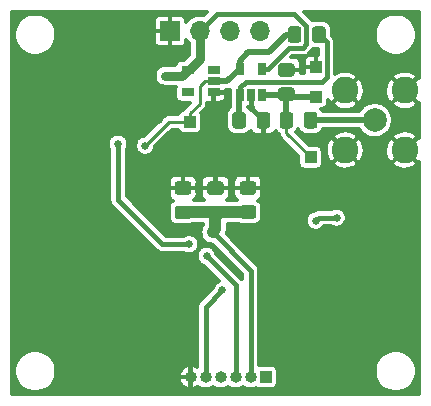
<source format=gbr>
%TF.GenerationSoftware,KiCad,Pcbnew,(5.1.6)-1*%
%TF.CreationDate,2020-09-15T00:55:32-05:00*%
%TF.ProjectId,nrg-control-box,6e72672d-636f-46e7-9472-6f6c2d626f78,B*%
%TF.SameCoordinates,Original*%
%TF.FileFunction,Copper,L2,Bot*%
%TF.FilePolarity,Positive*%
%FSLAX46Y46*%
G04 Gerber Fmt 4.6, Leading zero omitted, Abs format (unit mm)*
G04 Created by KiCad (PCBNEW (5.1.6)-1) date 2020-09-15 00:55:32*
%MOMM*%
%LPD*%
G01*
G04 APERTURE LIST*
%TA.AperFunction,SMDPad,CuDef*%
%ADD10R,1.000000X1.000000*%
%TD*%
%TA.AperFunction,ComponentPad*%
%ADD11C,2.000000*%
%TD*%
%TA.AperFunction,ComponentPad*%
%ADD12C,2.250000*%
%TD*%
%TA.AperFunction,ComponentPad*%
%ADD13R,1.000000X1.000000*%
%TD*%
%TA.AperFunction,ComponentPad*%
%ADD14O,1.000000X1.000000*%
%TD*%
%TA.AperFunction,SMDPad,CuDef*%
%ADD15R,0.650000X1.060000*%
%TD*%
%TA.AperFunction,SMDPad,CuDef*%
%ADD16R,1.060000X0.650000*%
%TD*%
%TA.AperFunction,ComponentPad*%
%ADD17R,1.700000X1.700000*%
%TD*%
%TA.AperFunction,ComponentPad*%
%ADD18O,1.700000X1.700000*%
%TD*%
%TA.AperFunction,ViaPad*%
%ADD19C,0.650000*%
%TD*%
%TA.AperFunction,ViaPad*%
%ADD20C,0.850000*%
%TD*%
%TA.AperFunction,Conductor*%
%ADD21C,0.400000*%
%TD*%
%TA.AperFunction,Conductor*%
%ADD22C,0.500000*%
%TD*%
%TA.AperFunction,Conductor*%
%ADD23C,0.250000*%
%TD*%
%TA.AperFunction,Conductor*%
%ADD24C,0.750000*%
%TD*%
%TA.AperFunction,Conductor*%
%ADD25C,1.000000*%
%TD*%
%TA.AperFunction,Conductor*%
%ADD26C,0.350000*%
%TD*%
G04 APERTURE END LIST*
%TO.P,C1,2*%
%TO.N,GND*%
%TA.AperFunction,SMDPad,CuDef*%
G36*
G01*
X149200001Y-97575000D02*
X148299999Y-97575000D01*
G75*
G02*
X148050000Y-97325001I0J249999D01*
G01*
X148050000Y-96674999D01*
G75*
G02*
X148299999Y-96425000I249999J0D01*
G01*
X149200001Y-96425000D01*
G75*
G02*
X149450000Y-96674999I0J-249999D01*
G01*
X149450000Y-97325001D01*
G75*
G02*
X149200001Y-97575000I-249999J0D01*
G01*
G37*
%TD.AperFunction*%
%TO.P,C1,1*%
%TO.N,Net-(C1-Pad1)*%
%TA.AperFunction,SMDPad,CuDef*%
G36*
G01*
X149200001Y-99625000D02*
X148299999Y-99625000D01*
G75*
G02*
X148050000Y-99375001I0J249999D01*
G01*
X148050000Y-98724999D01*
G75*
G02*
X148299999Y-98475000I249999J0D01*
G01*
X149200001Y-98475000D01*
G75*
G02*
X149450000Y-98724999I0J-249999D01*
G01*
X149450000Y-99375001D01*
G75*
G02*
X149200001Y-99625000I-249999J0D01*
G01*
G37*
%TD.AperFunction*%
%TD*%
%TO.P,C2,1*%
%TO.N,GND*%
%TA.AperFunction,SMDPad,CuDef*%
G36*
G01*
X145049999Y-106400000D02*
X145950001Y-106400000D01*
G75*
G02*
X146200000Y-106649999I0J-249999D01*
G01*
X146200000Y-107300001D01*
G75*
G02*
X145950001Y-107550000I-249999J0D01*
G01*
X145049999Y-107550000D01*
G75*
G02*
X144800000Y-107300001I0J249999D01*
G01*
X144800000Y-106649999D01*
G75*
G02*
X145049999Y-106400000I249999J0D01*
G01*
G37*
%TD.AperFunction*%
%TO.P,C2,2*%
%TO.N,+3V3*%
%TA.AperFunction,SMDPad,CuDef*%
G36*
G01*
X145049999Y-108450000D02*
X145950001Y-108450000D01*
G75*
G02*
X146200000Y-108699999I0J-249999D01*
G01*
X146200000Y-109350001D01*
G75*
G02*
X145950001Y-109600000I-249999J0D01*
G01*
X145049999Y-109600000D01*
G75*
G02*
X144800000Y-109350001I0J249999D01*
G01*
X144800000Y-108699999D01*
G75*
G02*
X145049999Y-108450000I249999J0D01*
G01*
G37*
%TD.AperFunction*%
%TD*%
%TO.P,C3,1*%
%TO.N,+3V3*%
%TA.AperFunction,SMDPad,CuDef*%
G36*
G01*
X143200001Y-109625000D02*
X142299999Y-109625000D01*
G75*
G02*
X142050000Y-109375001I0J249999D01*
G01*
X142050000Y-108724999D01*
G75*
G02*
X142299999Y-108475000I249999J0D01*
G01*
X143200001Y-108475000D01*
G75*
G02*
X143450000Y-108724999I0J-249999D01*
G01*
X143450000Y-109375001D01*
G75*
G02*
X143200001Y-109625000I-249999J0D01*
G01*
G37*
%TD.AperFunction*%
%TO.P,C3,2*%
%TO.N,GND*%
%TA.AperFunction,SMDPad,CuDef*%
G36*
G01*
X143200001Y-107575000D02*
X142299999Y-107575000D01*
G75*
G02*
X142050000Y-107325001I0J249999D01*
G01*
X142050000Y-106674999D01*
G75*
G02*
X142299999Y-106425000I249999J0D01*
G01*
X143200001Y-106425000D01*
G75*
G02*
X143450000Y-106674999I0J-249999D01*
G01*
X143450000Y-107325001D01*
G75*
G02*
X143200001Y-107575000I-249999J0D01*
G01*
G37*
%TD.AperFunction*%
%TD*%
%TO.P,C4,2*%
%TO.N,+3V3*%
%TA.AperFunction,SMDPad,CuDef*%
G36*
G01*
X139549999Y-108475000D02*
X140450001Y-108475000D01*
G75*
G02*
X140700000Y-108724999I0J-249999D01*
G01*
X140700000Y-109375001D01*
G75*
G02*
X140450001Y-109625000I-249999J0D01*
G01*
X139549999Y-109625000D01*
G75*
G02*
X139300000Y-109375001I0J249999D01*
G01*
X139300000Y-108724999D01*
G75*
G02*
X139549999Y-108475000I249999J0D01*
G01*
G37*
%TD.AperFunction*%
%TO.P,C4,1*%
%TO.N,GND*%
%TA.AperFunction,SMDPad,CuDef*%
G36*
G01*
X139549999Y-106425000D02*
X140450001Y-106425000D01*
G75*
G02*
X140700000Y-106674999I0J-249999D01*
G01*
X140700000Y-107325001D01*
G75*
G02*
X140450001Y-107575000I-249999J0D01*
G01*
X139549999Y-107575000D01*
G75*
G02*
X139300000Y-107325001I0J249999D01*
G01*
X139300000Y-106674999D01*
G75*
G02*
X139549999Y-106425000I249999J0D01*
G01*
G37*
%TD.AperFunction*%
%TD*%
D10*
%TO.P,D2,1*%
%TO.N,Net-(C1-Pad1)*%
X151250000Y-99250000D03*
%TO.P,D2,2*%
%TO.N,GND*%
X151250000Y-96750000D03*
%TD*%
D11*
%TO.P,J2,1*%
%TO.N,Net-(D1-Pad1)*%
X156250000Y-101250000D03*
D12*
%TO.P,J2,2*%
%TO.N,GND*%
X158775000Y-98725000D03*
X153725000Y-98725000D03*
X153725000Y-103775000D03*
X158775000Y-103775000D03*
%TD*%
D13*
%TO.P,J3,1*%
%TO.N,ISP_MISO*%
X147000000Y-123000000D03*
D14*
%TO.P,J3,2*%
%TO.N,+3V3*%
X145730000Y-123000000D03*
%TO.P,J3,3*%
%TO.N,ISP_SCK*%
X144460000Y-123000000D03*
%TO.P,J3,4*%
%TO.N,ISP_MOSI*%
X143190000Y-123000000D03*
%TO.P,J3,5*%
%TO.N,ISP_RST*%
X141920000Y-123000000D03*
%TO.P,J3,6*%
%TO.N,GND*%
X140650000Y-123000000D03*
%TD*%
%TO.P,R3,1*%
%TO.N,Net-(C1-Pad1)*%
%TA.AperFunction,SMDPad,CuDef*%
G36*
G01*
X148175000Y-101700001D02*
X148175000Y-100799999D01*
G75*
G02*
X148424999Y-100550000I249999J0D01*
G01*
X149075001Y-100550000D01*
G75*
G02*
X149325000Y-100799999I0J-249999D01*
G01*
X149325000Y-101700001D01*
G75*
G02*
X149075001Y-101950000I-249999J0D01*
G01*
X148424999Y-101950000D01*
G75*
G02*
X148175000Y-101700001I0J249999D01*
G01*
G37*
%TD.AperFunction*%
%TO.P,R3,2*%
%TO.N,Net-(D1-Pad1)*%
%TA.AperFunction,SMDPad,CuDef*%
G36*
G01*
X150225000Y-101700001D02*
X150225000Y-100799999D01*
G75*
G02*
X150474999Y-100550000I249999J0D01*
G01*
X151125001Y-100550000D01*
G75*
G02*
X151375000Y-100799999I0J-249999D01*
G01*
X151375000Y-101700001D01*
G75*
G02*
X151125001Y-101950000I-249999J0D01*
G01*
X150474999Y-101950000D01*
G75*
G02*
X150225000Y-101700001I0J249999D01*
G01*
G37*
%TD.AperFunction*%
%TD*%
%TO.P,R4,1*%
%TO.N,Net-(R4-Pad1)*%
%TA.AperFunction,SMDPad,CuDef*%
G36*
G01*
X144175000Y-101700001D02*
X144175000Y-100799999D01*
G75*
G02*
X144424999Y-100550000I249999J0D01*
G01*
X145075001Y-100550000D01*
G75*
G02*
X145325000Y-100799999I0J-249999D01*
G01*
X145325000Y-101700001D01*
G75*
G02*
X145075001Y-101950000I-249999J0D01*
G01*
X144424999Y-101950000D01*
G75*
G02*
X144175000Y-101700001I0J249999D01*
G01*
G37*
%TD.AperFunction*%
%TO.P,R4,2*%
%TO.N,GND*%
%TA.AperFunction,SMDPad,CuDef*%
G36*
G01*
X146225000Y-101700001D02*
X146225000Y-100799999D01*
G75*
G02*
X146474999Y-100550000I249999J0D01*
G01*
X147125001Y-100550000D01*
G75*
G02*
X147375000Y-100799999I0J-249999D01*
G01*
X147375000Y-101700001D01*
G75*
G02*
X147125001Y-101950000I-249999J0D01*
G01*
X146474999Y-101950000D01*
G75*
G02*
X146225000Y-101700001I0J249999D01*
G01*
G37*
%TD.AperFunction*%
%TD*%
%TO.P,R5,2*%
%TO.N,Net-(R4-Pad1)*%
%TA.AperFunction,SMDPad,CuDef*%
G36*
G01*
X150925000Y-94450001D02*
X150925000Y-93549999D01*
G75*
G02*
X151174999Y-93300000I249999J0D01*
G01*
X151825001Y-93300000D01*
G75*
G02*
X152075000Y-93549999I0J-249999D01*
G01*
X152075000Y-94450001D01*
G75*
G02*
X151825001Y-94700000I-249999J0D01*
G01*
X151174999Y-94700000D01*
G75*
G02*
X150925000Y-94450001I0J249999D01*
G01*
G37*
%TD.AperFunction*%
%TO.P,R5,1*%
%TO.N,Net-(R5-Pad1)*%
%TA.AperFunction,SMDPad,CuDef*%
G36*
G01*
X148875000Y-94450001D02*
X148875000Y-93549999D01*
G75*
G02*
X149124999Y-93300000I249999J0D01*
G01*
X149775001Y-93300000D01*
G75*
G02*
X150025000Y-93549999I0J-249999D01*
G01*
X150025000Y-94450001D01*
G75*
G02*
X149775001Y-94700000I-249999J0D01*
G01*
X149124999Y-94700000D01*
G75*
G02*
X148875000Y-94450001I0J249999D01*
G01*
G37*
%TD.AperFunction*%
%TD*%
D15*
%TO.P,U1,5*%
%TO.N,+3V3*%
X146700000Y-96900000D03*
%TO.P,U1,4*%
%TO.N,Net-(R5-Pad1)*%
X144800000Y-96900000D03*
%TO.P,U1,3*%
%TO.N,Net-(R4-Pad1)*%
X144800000Y-99100000D03*
%TO.P,U1,2*%
%TO.N,GND*%
X145750000Y-99100000D03*
%TO.P,U1,1*%
%TO.N,Net-(C1-Pad1)*%
X146700000Y-99100000D03*
%TD*%
D16*
%TO.P,U2,1*%
%TO.N,Net-(U2-Pad1)*%
X142600000Y-97000000D03*
%TO.P,U2,2*%
%TO.N,Net-(R5-Pad1)*%
X142600000Y-97950000D03*
%TO.P,U2,3*%
%TO.N,GND*%
X142600000Y-98900000D03*
%TO.P,U2,4*%
%TO.N,Net-(TP3-Pad1)*%
X140400000Y-98900000D03*
%TO.P,U2,5*%
%TO.N,+3V3*%
X140400000Y-97000000D03*
%TD*%
D17*
%TO.P,J1,1*%
%TO.N,GND*%
X138900000Y-93700000D03*
D18*
%TO.P,J1,2*%
%TO.N,+3V3*%
X141440000Y-93700000D03*
%TO.P,J1,3*%
%TO.N,MCU_SCL*%
X143980000Y-93700000D03*
%TO.P,J1,4*%
%TO.N,MCU_SDA*%
X146520000Y-93700000D03*
%TD*%
D10*
%TO.P,TP1,1*%
%TO.N,Net-(C1-Pad1)*%
X150800000Y-104400000D03*
%TD*%
%TO.P,TP2,1*%
%TO.N,Net-(R5-Pad1)*%
X140600000Y-101400000D03*
%TD*%
D19*
%TO.N,GND*%
X125750000Y-97000000D03*
X125750000Y-98000000D03*
X125750000Y-99000000D03*
X125750000Y-100000000D03*
X125750000Y-101000000D03*
X125750000Y-102000000D03*
X125750000Y-105500000D03*
X125750000Y-106500000D03*
X125750000Y-107500000D03*
X125750000Y-108500000D03*
X125750000Y-109500000D03*
X125750000Y-119500000D03*
X125750000Y-118500000D03*
X125750000Y-117500000D03*
X125750000Y-116500000D03*
X125750000Y-115500000D03*
X125750000Y-114500000D03*
X125750000Y-113500000D03*
X130500000Y-124250000D03*
X131500000Y-124250000D03*
X132500000Y-124250000D03*
X133500000Y-124250000D03*
X136750000Y-124250000D03*
X137750000Y-124250000D03*
X138750000Y-124250000D03*
X155000000Y-124250000D03*
X154000000Y-124250000D03*
X153000000Y-124250000D03*
X152000000Y-124250000D03*
X151000000Y-124250000D03*
X150000000Y-124250000D03*
X149000000Y-124250000D03*
X159750000Y-119500000D03*
X159750000Y-118500000D03*
X159750000Y-117500000D03*
X159750000Y-116500000D03*
X159750000Y-115500000D03*
X159750000Y-114500000D03*
X159750000Y-113500000D03*
X159750000Y-112500000D03*
X159750000Y-111500000D03*
X159750000Y-110500000D03*
X159750000Y-109500000D03*
X159750000Y-108500000D03*
X159750000Y-107500000D03*
X159750000Y-106500000D03*
X159750000Y-105500000D03*
X159750000Y-97000000D03*
X155000000Y-92250000D03*
X154000000Y-92250000D03*
X153000000Y-92250000D03*
X152000000Y-92250000D03*
X130500000Y-92250000D03*
X131500000Y-92250000D03*
X132500000Y-92250000D03*
X133500000Y-92250000D03*
X134500000Y-92250000D03*
X135500000Y-92250000D03*
X136500000Y-92250000D03*
X137500000Y-107250000D03*
X138250000Y-108000000D03*
X137000000Y-108000000D03*
X137750000Y-108750000D03*
X142250000Y-100250000D03*
X140000000Y-105500000D03*
X141000000Y-105500000D03*
X144250000Y-105500000D03*
X145250000Y-105500000D03*
X146250000Y-105500000D03*
X147000000Y-106250000D03*
X145250000Y-111250000D03*
X146000000Y-110500000D03*
X148500000Y-108000000D03*
X147750000Y-108750000D03*
X147000000Y-109500000D03*
X133250000Y-118500000D03*
X134000000Y-117750000D03*
X134750000Y-117000000D03*
X135500000Y-116250000D03*
X136250000Y-115500000D03*
X151250000Y-95500000D03*
X143250000Y-100250000D03*
X138000000Y-101200000D03*
X138600000Y-100400000D03*
X138000000Y-99600000D03*
%TO.N,+3V3*%
X138500000Y-97500000D03*
D20*
X142500000Y-110750000D03*
D19*
%TO.N,VBUS*%
X134500000Y-103250000D03*
X140500000Y-111750000D03*
%TO.N,MCU_SDA*%
X153000000Y-109500000D03*
X151250000Y-109750000D03*
%TO.N,ISP_SCK*%
X142000000Y-112750000D03*
%TO.N,ISP_RST*%
X143340715Y-115659285D03*
%TO.N,Net-(R5-Pad1)*%
X136800000Y-103400000D03*
%TD*%
D21*
%TO.N,GND*%
X145750000Y-100200000D02*
X145750000Y-99100000D01*
X146800000Y-101250000D02*
X145750000Y-100200000D01*
D22*
%TO.N,Net-(C1-Pad1)*%
X148750000Y-101250000D02*
X148750000Y-99050000D01*
X148950000Y-99250000D02*
X148750000Y-99050000D01*
X151250000Y-99250000D02*
X148950000Y-99250000D01*
X148700000Y-99100000D02*
X148750000Y-99050000D01*
X146700000Y-99100000D02*
X148700000Y-99100000D01*
D23*
X148750000Y-101250000D02*
X148750000Y-101950000D01*
X148750000Y-102350000D02*
X150800000Y-104400000D01*
X148750000Y-101250000D02*
X148750000Y-102350000D01*
D24*
%TO.N,+3V3*%
X139900000Y-97500000D02*
X140400000Y-97000000D01*
X138500000Y-97500000D02*
X139900000Y-97500000D01*
X140400000Y-97000000D02*
X140500000Y-97000000D01*
X141440000Y-96060000D02*
X141440000Y-93700000D01*
X140500000Y-97000000D02*
X141440000Y-96060000D01*
D25*
X142750000Y-109050000D02*
X142750000Y-110500000D01*
X142750000Y-110500000D02*
X142500000Y-110750000D01*
X142750000Y-109050000D02*
X140000000Y-109050000D01*
X145475000Y-109050000D02*
X145500000Y-109025000D01*
X142750000Y-109050000D02*
X145475000Y-109050000D01*
D21*
X150425010Y-93280754D02*
X149394256Y-92250000D01*
X147155744Y-96900000D02*
X148955734Y-95100010D01*
X150144226Y-95100010D02*
X150425010Y-94819226D01*
X146700000Y-96900000D02*
X147155744Y-96900000D01*
X148955734Y-95100010D02*
X150144226Y-95100010D01*
X150425010Y-94819226D02*
X150425010Y-93280754D01*
X142890000Y-92250000D02*
X141440000Y-93700000D01*
X149394256Y-92250000D02*
X142890000Y-92250000D01*
X145730000Y-113980000D02*
X142500000Y-110750000D01*
X145730000Y-123000000D02*
X145730000Y-113980000D01*
%TO.N,VBUS*%
X134500000Y-103250000D02*
X134500000Y-108000000D01*
X134500000Y-108000000D02*
X138250000Y-111750000D01*
X138250000Y-111750000D02*
X140500000Y-111750000D01*
D22*
%TO.N,Net-(D1-Pad1)*%
X150800000Y-101250000D02*
X156250000Y-101250000D01*
D21*
%TO.N,MCU_SDA*%
X153000000Y-109500000D02*
X151500000Y-109500000D01*
X151500000Y-109500000D02*
X151250000Y-109750000D01*
%TO.N,ISP_SCK*%
X144460000Y-123000000D02*
X144460000Y-115210000D01*
X144460000Y-115210000D02*
X142000000Y-112750000D01*
%TO.N,ISP_RST*%
X141920000Y-117080000D02*
X141920000Y-123000000D01*
X143340715Y-115659285D02*
X141920000Y-117080000D01*
D22*
%TO.N,Net-(R4-Pad1)*%
X144750000Y-99150000D02*
X144800000Y-99100000D01*
X144750000Y-101250000D02*
X144750000Y-99150000D01*
D21*
X152150001Y-94650001D02*
X151500000Y-94000000D01*
X152150001Y-97570001D02*
X152150001Y-94650001D01*
X151744992Y-97975010D02*
X152150001Y-97570001D01*
X145299988Y-97975010D02*
X151744992Y-97975010D01*
X144800000Y-98474998D02*
X145299988Y-97975010D01*
X144800000Y-99100000D02*
X144800000Y-98474998D01*
D22*
%TO.N,Net-(R5-Pad1)*%
X143750000Y-97950000D02*
X144800000Y-96900000D01*
X142600000Y-97950000D02*
X143750000Y-97950000D01*
X149450000Y-94000000D02*
X148750000Y-94000000D01*
X148750000Y-94000000D02*
X147250000Y-95500000D01*
X147250000Y-95500000D02*
X145500000Y-95500000D01*
X144800000Y-96200000D02*
X144800000Y-96900000D01*
X145500000Y-95500000D02*
X144800000Y-96200000D01*
D23*
X140600000Y-100650000D02*
X141400000Y-99850000D01*
X140600000Y-101400000D02*
X140600000Y-100650000D01*
X141400000Y-98370000D02*
X141820000Y-97950000D01*
X141820000Y-97950000D02*
X142600000Y-97950000D01*
X141400000Y-99850000D02*
X141400000Y-98370000D01*
X140600000Y-101400000D02*
X138800000Y-101400000D01*
X138800000Y-101400000D02*
X136800000Y-103400000D01*
%TO.N,Net-(TP3-Pad1)*%
X140400000Y-98900000D02*
X140100000Y-98900000D01*
%TD*%
D26*
%TO.N,GND*%
G36*
X141754146Y-92360550D02*
G01*
X141575426Y-92325000D01*
X141304574Y-92325000D01*
X141038927Y-92377841D01*
X140788693Y-92481491D01*
X140563489Y-92631968D01*
X140371968Y-92823489D01*
X140277117Y-92965443D01*
X140277540Y-92850000D01*
X140267403Y-92747082D01*
X140237383Y-92648119D01*
X140188633Y-92556914D01*
X140123027Y-92476973D01*
X140043086Y-92411367D01*
X139951881Y-92362617D01*
X139852918Y-92332597D01*
X139750000Y-92322460D01*
X139056250Y-92325000D01*
X138925000Y-92456250D01*
X138925000Y-93675000D01*
X138945000Y-93675000D01*
X138945000Y-93725000D01*
X138925000Y-93725000D01*
X138925000Y-94943750D01*
X139056250Y-95075000D01*
X139750000Y-95077540D01*
X139852918Y-95067403D01*
X139951881Y-95037383D01*
X140043086Y-94988633D01*
X140123027Y-94923027D01*
X140188633Y-94843086D01*
X140237383Y-94751881D01*
X140267403Y-94652918D01*
X140277540Y-94550000D01*
X140277117Y-94434557D01*
X140371968Y-94576511D01*
X140540001Y-94744544D01*
X140540000Y-95687208D01*
X140079748Y-96147460D01*
X139870000Y-96147460D01*
X139767082Y-96157597D01*
X139668119Y-96187617D01*
X139576914Y-96236367D01*
X139496973Y-96301973D01*
X139431367Y-96381914D01*
X139382617Y-96473119D01*
X139352597Y-96572082D01*
X139349847Y-96600000D01*
X138455793Y-96600000D01*
X138323569Y-96613023D01*
X138153919Y-96664486D01*
X137997568Y-96748057D01*
X137860525Y-96860525D01*
X137748057Y-96997568D01*
X137664486Y-97153919D01*
X137613023Y-97323569D01*
X137595646Y-97500000D01*
X137613023Y-97676431D01*
X137664486Y-97846081D01*
X137748057Y-98002432D01*
X137860525Y-98139475D01*
X137997568Y-98251943D01*
X138153919Y-98335514D01*
X138323569Y-98386977D01*
X138455793Y-98400000D01*
X139374463Y-98400000D01*
X139352597Y-98472082D01*
X139342460Y-98575000D01*
X139342460Y-99225000D01*
X139352597Y-99327918D01*
X139382617Y-99426881D01*
X139431367Y-99518086D01*
X139496973Y-99598027D01*
X139576914Y-99663633D01*
X139668119Y-99712383D01*
X139767082Y-99742403D01*
X139870000Y-99752540D01*
X140578222Y-99752540D01*
X140162958Y-100167804D01*
X140138158Y-100188157D01*
X140117805Y-100212957D01*
X140117802Y-100212960D01*
X140056930Y-100287132D01*
X140006394Y-100381680D01*
X139997082Y-100382597D01*
X139898119Y-100412617D01*
X139806914Y-100461367D01*
X139726973Y-100526973D01*
X139661367Y-100606914D01*
X139612617Y-100698119D01*
X139596879Y-100750000D01*
X138831920Y-100750000D01*
X138799999Y-100746856D01*
X138768078Y-100750000D01*
X138768068Y-100750000D01*
X138672578Y-100759405D01*
X138550052Y-100796573D01*
X138437132Y-100856930D01*
X138437130Y-100856931D01*
X138437131Y-100856931D01*
X138362959Y-100917802D01*
X138362957Y-100917804D01*
X138338157Y-100938157D01*
X138317804Y-100962957D01*
X136730762Y-102550000D01*
X136716282Y-102550000D01*
X136552064Y-102582665D01*
X136397374Y-102646740D01*
X136258156Y-102739762D01*
X136139762Y-102858156D01*
X136046740Y-102997374D01*
X135982665Y-103152064D01*
X135950000Y-103316282D01*
X135950000Y-103483718D01*
X135982665Y-103647936D01*
X136046740Y-103802626D01*
X136139762Y-103941844D01*
X136258156Y-104060238D01*
X136397374Y-104153260D01*
X136552064Y-104217335D01*
X136716282Y-104250000D01*
X136883718Y-104250000D01*
X137047936Y-104217335D01*
X137202626Y-104153260D01*
X137341844Y-104060238D01*
X137460238Y-103941844D01*
X137553260Y-103802626D01*
X137617335Y-103647936D01*
X137650000Y-103483718D01*
X137650000Y-103469238D01*
X139069239Y-102050000D01*
X139596879Y-102050000D01*
X139612617Y-102101881D01*
X139661367Y-102193086D01*
X139726973Y-102273027D01*
X139806914Y-102338633D01*
X139898119Y-102387383D01*
X139997082Y-102417403D01*
X140100000Y-102427540D01*
X141100000Y-102427540D01*
X141202918Y-102417403D01*
X141301881Y-102387383D01*
X141393086Y-102338633D01*
X141473027Y-102273027D01*
X141538633Y-102193086D01*
X141587383Y-102101881D01*
X141617403Y-102002918D01*
X141627540Y-101900000D01*
X141627540Y-100900000D01*
X141617403Y-100797082D01*
X141587383Y-100698119D01*
X141546885Y-100622353D01*
X141837039Y-100332199D01*
X141861843Y-100311843D01*
X141922951Y-100237383D01*
X141943070Y-100212869D01*
X142003427Y-100099948D01*
X142040595Y-99977422D01*
X142041378Y-99969470D01*
X142050000Y-99881932D01*
X142050000Y-99881924D01*
X142053144Y-99850000D01*
X142050000Y-99818076D01*
X142050000Y-99750570D01*
X142070000Y-99752540D01*
X142443750Y-99750000D01*
X142575000Y-99618750D01*
X142575000Y-98925000D01*
X142625000Y-98925000D01*
X142625000Y-99618750D01*
X142756250Y-99750000D01*
X143130000Y-99752540D01*
X143232918Y-99742403D01*
X143331881Y-99712383D01*
X143423086Y-99663633D01*
X143503027Y-99598027D01*
X143568633Y-99518086D01*
X143617383Y-99426881D01*
X143647403Y-99327918D01*
X143657540Y-99225000D01*
X143655000Y-99056250D01*
X143523750Y-98925000D01*
X142625000Y-98925000D01*
X142575000Y-98925000D01*
X142555000Y-98925000D01*
X142555000Y-98875000D01*
X142575000Y-98875000D01*
X142575000Y-98855000D01*
X142625000Y-98855000D01*
X142625000Y-98875000D01*
X143523750Y-98875000D01*
X143655000Y-98743750D01*
X143655282Y-98725000D01*
X143711937Y-98725000D01*
X143750000Y-98728749D01*
X143788063Y-98725000D01*
X143788065Y-98725000D01*
X143901926Y-98713786D01*
X143947460Y-98699973D01*
X143947460Y-99630000D01*
X143957597Y-99732918D01*
X143975001Y-99790290D01*
X143975001Y-100168288D01*
X143875196Y-100250196D01*
X143778499Y-100368021D01*
X143706647Y-100502448D01*
X143662400Y-100648309D01*
X143647460Y-100799999D01*
X143647460Y-101700001D01*
X143662400Y-101851691D01*
X143706647Y-101997552D01*
X143778499Y-102131979D01*
X143875196Y-102249804D01*
X143993021Y-102346501D01*
X144127448Y-102418353D01*
X144273309Y-102462600D01*
X144424999Y-102477540D01*
X145075001Y-102477540D01*
X145226691Y-102462600D01*
X145372552Y-102418353D01*
X145506979Y-102346501D01*
X145624804Y-102249804D01*
X145721501Y-102131979D01*
X145727931Y-102119950D01*
X145737617Y-102151881D01*
X145786367Y-102243086D01*
X145851973Y-102323027D01*
X145931914Y-102388633D01*
X146023119Y-102437383D01*
X146122082Y-102467403D01*
X146225000Y-102477540D01*
X146643750Y-102475000D01*
X146775000Y-102343750D01*
X146775000Y-101275000D01*
X146755000Y-101275000D01*
X146755000Y-101225000D01*
X146775000Y-101225000D01*
X146775000Y-101205000D01*
X146825000Y-101205000D01*
X146825000Y-101225000D01*
X146845000Y-101225000D01*
X146845000Y-101275000D01*
X146825000Y-101275000D01*
X146825000Y-102343750D01*
X146956250Y-102475000D01*
X147375000Y-102477540D01*
X147477918Y-102467403D01*
X147576881Y-102437383D01*
X147668086Y-102388633D01*
X147748027Y-102323027D01*
X147813633Y-102243086D01*
X147835740Y-102201727D01*
X147875196Y-102249804D01*
X147993021Y-102346501D01*
X148102262Y-102404891D01*
X148109406Y-102477422D01*
X148146573Y-102599947D01*
X148206930Y-102712868D01*
X148267802Y-102787040D01*
X148267805Y-102787043D01*
X148288158Y-102811843D01*
X148312958Y-102832196D01*
X149772460Y-104291698D01*
X149772460Y-104900000D01*
X149782597Y-105002918D01*
X149812617Y-105101881D01*
X149861367Y-105193086D01*
X149926973Y-105273027D01*
X150006914Y-105338633D01*
X150098119Y-105387383D01*
X150197082Y-105417403D01*
X150300000Y-105427540D01*
X151300000Y-105427540D01*
X151402918Y-105417403D01*
X151501881Y-105387383D01*
X151593086Y-105338633D01*
X151673027Y-105273027D01*
X151738633Y-105193086D01*
X151787383Y-105101881D01*
X151817403Y-105002918D01*
X151827540Y-104900000D01*
X151827540Y-104872097D01*
X152663259Y-104872097D01*
X152770798Y-105130880D01*
X153053652Y-105290983D01*
X153362305Y-105392828D01*
X153684896Y-105432500D01*
X154009029Y-105408476D01*
X154322247Y-105321678D01*
X154612513Y-105175441D01*
X154679202Y-105130880D01*
X154786741Y-104872097D01*
X157713259Y-104872097D01*
X157820798Y-105130880D01*
X158103652Y-105290983D01*
X158412305Y-105392828D01*
X158734896Y-105432500D01*
X159059029Y-105408476D01*
X159372247Y-105321678D01*
X159662513Y-105175441D01*
X159729202Y-105130880D01*
X159836741Y-104872097D01*
X158775000Y-103810355D01*
X157713259Y-104872097D01*
X154786741Y-104872097D01*
X153725000Y-103810355D01*
X152663259Y-104872097D01*
X151827540Y-104872097D01*
X151827540Y-103900000D01*
X151817403Y-103797082D01*
X151798540Y-103734896D01*
X152067500Y-103734896D01*
X152091524Y-104059029D01*
X152178322Y-104372247D01*
X152324559Y-104662513D01*
X152369120Y-104729202D01*
X152627903Y-104836741D01*
X153689645Y-103775000D01*
X153760355Y-103775000D01*
X154822097Y-104836741D01*
X155080880Y-104729202D01*
X155240983Y-104446348D01*
X155342828Y-104137695D01*
X155382500Y-103815104D01*
X155376556Y-103734896D01*
X157117500Y-103734896D01*
X157141524Y-104059029D01*
X157228322Y-104372247D01*
X157374559Y-104662513D01*
X157419120Y-104729202D01*
X157677903Y-104836741D01*
X158739645Y-103775000D01*
X157677903Y-102713259D01*
X157419120Y-102820798D01*
X157259017Y-103103652D01*
X157157172Y-103412305D01*
X157117500Y-103734896D01*
X155376556Y-103734896D01*
X155358476Y-103490971D01*
X155271678Y-103177753D01*
X155125441Y-102887487D01*
X155080880Y-102820798D01*
X154822097Y-102713259D01*
X153760355Y-103775000D01*
X153689645Y-103775000D01*
X152627903Y-102713259D01*
X152369120Y-102820798D01*
X152209017Y-103103652D01*
X152107172Y-103412305D01*
X152067500Y-103734896D01*
X151798540Y-103734896D01*
X151787383Y-103698119D01*
X151738633Y-103606914D01*
X151673027Y-103526973D01*
X151593086Y-103461367D01*
X151501881Y-103412617D01*
X151402918Y-103382597D01*
X151300000Y-103372460D01*
X150691698Y-103372460D01*
X149997141Y-102677903D01*
X152663259Y-102677903D01*
X153725000Y-103739645D01*
X154786741Y-102677903D01*
X154679202Y-102419120D01*
X154396348Y-102259017D01*
X154087695Y-102157172D01*
X153765104Y-102117500D01*
X153440971Y-102141524D01*
X153127753Y-102228322D01*
X152837487Y-102374559D01*
X152770798Y-102419120D01*
X152663259Y-102677903D01*
X149997141Y-102677903D01*
X149594177Y-102274939D01*
X149624804Y-102249804D01*
X149721501Y-102131979D01*
X149775000Y-102031888D01*
X149828499Y-102131979D01*
X149925196Y-102249804D01*
X150043021Y-102346501D01*
X150177448Y-102418353D01*
X150323309Y-102462600D01*
X150474999Y-102477540D01*
X151125001Y-102477540D01*
X151276691Y-102462600D01*
X151422552Y-102418353D01*
X151556979Y-102346501D01*
X151674804Y-102249804D01*
X151771501Y-102131979D01*
X151828682Y-102025000D01*
X154933736Y-102025000D01*
X155065455Y-102222131D01*
X155277869Y-102434545D01*
X155527642Y-102601438D01*
X155805174Y-102716395D01*
X156099801Y-102775000D01*
X156400199Y-102775000D01*
X156694826Y-102716395D01*
X156787754Y-102677903D01*
X157713259Y-102677903D01*
X158775000Y-103739645D01*
X159836741Y-102677903D01*
X159729202Y-102419120D01*
X159446348Y-102259017D01*
X159137695Y-102157172D01*
X158815104Y-102117500D01*
X158490971Y-102141524D01*
X158177753Y-102228322D01*
X157887487Y-102374559D01*
X157820798Y-102419120D01*
X157713259Y-102677903D01*
X156787754Y-102677903D01*
X156972358Y-102601438D01*
X157222131Y-102434545D01*
X157434545Y-102222131D01*
X157601438Y-101972358D01*
X157716395Y-101694826D01*
X157775000Y-101400199D01*
X157775000Y-101099801D01*
X157716395Y-100805174D01*
X157601438Y-100527642D01*
X157434545Y-100277869D01*
X157222131Y-100065455D01*
X156972358Y-99898562D01*
X156787755Y-99822097D01*
X157713259Y-99822097D01*
X157820798Y-100080880D01*
X158103652Y-100240983D01*
X158412305Y-100342828D01*
X158734896Y-100382500D01*
X159059029Y-100358476D01*
X159372247Y-100271678D01*
X159662513Y-100125441D01*
X159729202Y-100080880D01*
X159836741Y-99822097D01*
X158775000Y-98760355D01*
X157713259Y-99822097D01*
X156787755Y-99822097D01*
X156694826Y-99783605D01*
X156400199Y-99725000D01*
X156099801Y-99725000D01*
X155805174Y-99783605D01*
X155527642Y-99898562D01*
X155277869Y-100065455D01*
X155065455Y-100277869D01*
X154933736Y-100475000D01*
X151828682Y-100475000D01*
X151771501Y-100368021D01*
X151697245Y-100277540D01*
X151750000Y-100277540D01*
X151852918Y-100267403D01*
X151951881Y-100237383D01*
X152043086Y-100188633D01*
X152123027Y-100123027D01*
X152188633Y-100043086D01*
X152237383Y-99951881D01*
X152267403Y-99852918D01*
X152270438Y-99822097D01*
X152663259Y-99822097D01*
X152770798Y-100080880D01*
X153053652Y-100240983D01*
X153362305Y-100342828D01*
X153684896Y-100382500D01*
X154009029Y-100358476D01*
X154322247Y-100271678D01*
X154612513Y-100125441D01*
X154679202Y-100080880D01*
X154786741Y-99822097D01*
X153725000Y-98760355D01*
X152663259Y-99822097D01*
X152270438Y-99822097D01*
X152277540Y-99750000D01*
X152277540Y-99519185D01*
X152324559Y-99612513D01*
X152369120Y-99679202D01*
X152627903Y-99786741D01*
X153689645Y-98725000D01*
X153760355Y-98725000D01*
X154822097Y-99786741D01*
X155080880Y-99679202D01*
X155240983Y-99396348D01*
X155342828Y-99087695D01*
X155382500Y-98765104D01*
X155376556Y-98684896D01*
X157117500Y-98684896D01*
X157141524Y-99009029D01*
X157228322Y-99322247D01*
X157374559Y-99612513D01*
X157419120Y-99679202D01*
X157677903Y-99786741D01*
X158739645Y-98725000D01*
X157677903Y-97663259D01*
X157419120Y-97770798D01*
X157259017Y-98053652D01*
X157157172Y-98362305D01*
X157117500Y-98684896D01*
X155376556Y-98684896D01*
X155358476Y-98440971D01*
X155271678Y-98127753D01*
X155125441Y-97837487D01*
X155080880Y-97770798D01*
X154822097Y-97663259D01*
X153760355Y-98725000D01*
X153689645Y-98725000D01*
X153675502Y-98710858D01*
X153710858Y-98675503D01*
X153725000Y-98689645D01*
X154786741Y-97627903D01*
X157713259Y-97627903D01*
X158775000Y-98689645D01*
X159836741Y-97627903D01*
X159729202Y-97369120D01*
X159446348Y-97209017D01*
X159137695Y-97107172D01*
X158815104Y-97067500D01*
X158490971Y-97091524D01*
X158177753Y-97178322D01*
X157887487Y-97324559D01*
X157820798Y-97369120D01*
X157713259Y-97627903D01*
X154786741Y-97627903D01*
X154679202Y-97369120D01*
X154396348Y-97209017D01*
X154087695Y-97107172D01*
X153765104Y-97067500D01*
X153440971Y-97091524D01*
X153127753Y-97178322D01*
X152875001Y-97305659D01*
X152875001Y-94685597D01*
X152878507Y-94650000D01*
X152875001Y-94614403D01*
X152875001Y-94614394D01*
X152864510Y-94507876D01*
X152823054Y-94371213D01*
X152755732Y-94245264D01*
X152665133Y-94134869D01*
X152637478Y-94112173D01*
X152602540Y-94077235D01*
X152602540Y-93825178D01*
X156225000Y-93825178D01*
X156225000Y-94174822D01*
X156293213Y-94517748D01*
X156427016Y-94840778D01*
X156621268Y-95131496D01*
X156868504Y-95378732D01*
X157159222Y-95572984D01*
X157482252Y-95706787D01*
X157825178Y-95775000D01*
X158174822Y-95775000D01*
X158517748Y-95706787D01*
X158840778Y-95572984D01*
X159131496Y-95378732D01*
X159378732Y-95131496D01*
X159572984Y-94840778D01*
X159706787Y-94517748D01*
X159775000Y-94174822D01*
X159775000Y-93825178D01*
X159706787Y-93482252D01*
X159572984Y-93159222D01*
X159378732Y-92868504D01*
X159131496Y-92621268D01*
X158840778Y-92427016D01*
X158517748Y-92293213D01*
X158174822Y-92225000D01*
X157825178Y-92225000D01*
X157482252Y-92293213D01*
X157159222Y-92427016D01*
X156868504Y-92621268D01*
X156621268Y-92868504D01*
X156427016Y-93159222D01*
X156293213Y-93482252D01*
X156225000Y-93825178D01*
X152602540Y-93825178D01*
X152602540Y-93549999D01*
X152587600Y-93398309D01*
X152543353Y-93252448D01*
X152471501Y-93118021D01*
X152374804Y-93000196D01*
X152256979Y-92903499D01*
X152122552Y-92831647D01*
X151976691Y-92787400D01*
X151825001Y-92772460D01*
X151174999Y-92772460D01*
X151023309Y-92787400D01*
X150971030Y-92803259D01*
X150962840Y-92793279D01*
X150962838Y-92793277D01*
X150940142Y-92765622D01*
X150912487Y-92742926D01*
X150219560Y-92050000D01*
X159950001Y-92050000D01*
X159950001Y-97695632D01*
X159872097Y-97663259D01*
X158810355Y-98725000D01*
X159872097Y-99786741D01*
X159950001Y-99754368D01*
X159950001Y-102745632D01*
X159872097Y-102713259D01*
X158810355Y-103775000D01*
X159872097Y-104836741D01*
X159950001Y-104804368D01*
X159950000Y-124450000D01*
X125550000Y-124450000D01*
X125550000Y-122325178D01*
X125725000Y-122325178D01*
X125725000Y-122674822D01*
X125793213Y-123017748D01*
X125927016Y-123340778D01*
X126121268Y-123631496D01*
X126368504Y-123878732D01*
X126659222Y-124072984D01*
X126982252Y-124206787D01*
X127325178Y-124275000D01*
X127674822Y-124275000D01*
X128017748Y-124206787D01*
X128340778Y-124072984D01*
X128631496Y-123878732D01*
X128878732Y-123631496D01*
X129072984Y-123340778D01*
X129137513Y-123184990D01*
X139641831Y-123184990D01*
X139697292Y-123378119D01*
X139789365Y-123556718D01*
X139914512Y-123713922D01*
X140067923Y-123843691D01*
X140243703Y-123941037D01*
X140435097Y-124002220D01*
X140465010Y-124008168D01*
X140625000Y-123893400D01*
X140625000Y-123025000D01*
X139756554Y-123025000D01*
X139641831Y-123184990D01*
X129137513Y-123184990D01*
X129206787Y-123017748D01*
X129247114Y-122815010D01*
X139641831Y-122815010D01*
X139756554Y-122975000D01*
X140625000Y-122975000D01*
X140625000Y-122106600D01*
X140465010Y-121991832D01*
X140435097Y-121997780D01*
X140243703Y-122058963D01*
X140067923Y-122156309D01*
X139914512Y-122286078D01*
X139789365Y-122443282D01*
X139697292Y-122621881D01*
X139641831Y-122815010D01*
X129247114Y-122815010D01*
X129275000Y-122674822D01*
X129275000Y-122325178D01*
X129206787Y-121982252D01*
X129072984Y-121659222D01*
X128878732Y-121368504D01*
X128631496Y-121121268D01*
X128340778Y-120927016D01*
X128017748Y-120793213D01*
X127674822Y-120725000D01*
X127325178Y-120725000D01*
X126982252Y-120793213D01*
X126659222Y-120927016D01*
X126368504Y-121121268D01*
X126121268Y-121368504D01*
X125927016Y-121659222D01*
X125793213Y-121982252D01*
X125725000Y-122325178D01*
X125550000Y-122325178D01*
X125550000Y-103166282D01*
X133650000Y-103166282D01*
X133650000Y-103333718D01*
X133682665Y-103497936D01*
X133746740Y-103652626D01*
X133775000Y-103694920D01*
X133775001Y-107964393D01*
X133771494Y-108000000D01*
X133775001Y-108035607D01*
X133785492Y-108142125D01*
X133795524Y-108175196D01*
X133826947Y-108278787D01*
X133894269Y-108404736D01*
X133962170Y-108487474D01*
X133962173Y-108487477D01*
X133984869Y-108515132D01*
X134012523Y-108537827D01*
X137712172Y-112237477D01*
X137734868Y-112265132D01*
X137762523Y-112287828D01*
X137762525Y-112287830D01*
X137832509Y-112345264D01*
X137845263Y-112355731D01*
X137971212Y-112423053D01*
X138107875Y-112464509D01*
X138214393Y-112475000D01*
X138214403Y-112475000D01*
X138250000Y-112478506D01*
X138285597Y-112475000D01*
X140055080Y-112475000D01*
X140097374Y-112503260D01*
X140252064Y-112567335D01*
X140416282Y-112600000D01*
X140583718Y-112600000D01*
X140747936Y-112567335D01*
X140902626Y-112503260D01*
X141041844Y-112410238D01*
X141160238Y-112291844D01*
X141253260Y-112152626D01*
X141317335Y-111997936D01*
X141350000Y-111833718D01*
X141350000Y-111666282D01*
X141317335Y-111502064D01*
X141253260Y-111347374D01*
X141160238Y-111208156D01*
X141041844Y-111089762D01*
X140902626Y-110996740D01*
X140747936Y-110932665D01*
X140583718Y-110900000D01*
X140416282Y-110900000D01*
X140252064Y-110932665D01*
X140097374Y-110996740D01*
X140055080Y-111025000D01*
X138550305Y-111025000D01*
X135225000Y-107699696D01*
X135225000Y-107575000D01*
X138772460Y-107575000D01*
X138782597Y-107677918D01*
X138812617Y-107776881D01*
X138861367Y-107868086D01*
X138926973Y-107948027D01*
X139006914Y-108013633D01*
X139098119Y-108062383D01*
X139130050Y-108072069D01*
X139118021Y-108078499D01*
X139000196Y-108175196D01*
X138903499Y-108293021D01*
X138831647Y-108427448D01*
X138787400Y-108573309D01*
X138772460Y-108724999D01*
X138772460Y-109375001D01*
X138787400Y-109526691D01*
X138831647Y-109672552D01*
X138903499Y-109806979D01*
X139000196Y-109924804D01*
X139118021Y-110021501D01*
X139252448Y-110093353D01*
X139398309Y-110137600D01*
X139549999Y-110152540D01*
X140450001Y-110152540D01*
X140601691Y-110137600D01*
X140747552Y-110093353D01*
X140781888Y-110075000D01*
X141725001Y-110075000D01*
X141725001Y-110078625D01*
X141643621Y-110177786D01*
X141548443Y-110355852D01*
X141489831Y-110549066D01*
X141470041Y-110750000D01*
X141489831Y-110950934D01*
X141548443Y-111144148D01*
X141643621Y-111322214D01*
X141771710Y-111478290D01*
X141927786Y-111606379D01*
X142105852Y-111701557D01*
X142299066Y-111760169D01*
X142500000Y-111779959D01*
X142504237Y-111779542D01*
X145005001Y-114280306D01*
X145005001Y-114731263D01*
X144975132Y-114694868D01*
X144947477Y-114672172D01*
X142827259Y-112551955D01*
X142817335Y-112502064D01*
X142753260Y-112347374D01*
X142660238Y-112208156D01*
X142541844Y-112089762D01*
X142402626Y-111996740D01*
X142247936Y-111932665D01*
X142083718Y-111900000D01*
X141916282Y-111900000D01*
X141752064Y-111932665D01*
X141597374Y-111996740D01*
X141458156Y-112089762D01*
X141339762Y-112208156D01*
X141246740Y-112347374D01*
X141182665Y-112502064D01*
X141150000Y-112666282D01*
X141150000Y-112833718D01*
X141182665Y-112997936D01*
X141246740Y-113152626D01*
X141339762Y-113291844D01*
X141458156Y-113410238D01*
X141597374Y-113503260D01*
X141752064Y-113567335D01*
X141801955Y-113577259D01*
X143074300Y-114849604D01*
X142938089Y-114906025D01*
X142798871Y-114999047D01*
X142680477Y-115117441D01*
X142587455Y-115256659D01*
X142523380Y-115411349D01*
X142513456Y-115461239D01*
X141432524Y-116542172D01*
X141404868Y-116564869D01*
X141314269Y-116675264D01*
X141246947Y-116801213D01*
X141205491Y-116937876D01*
X141195000Y-117044394D01*
X141195000Y-117044403D01*
X141191494Y-117080000D01*
X141195000Y-117115597D01*
X141195001Y-122135776D01*
X141056297Y-122058963D01*
X140864903Y-121997780D01*
X140834990Y-121991832D01*
X140675000Y-122106600D01*
X140675000Y-122975000D01*
X140695000Y-122975000D01*
X140695000Y-123025000D01*
X140675000Y-123025000D01*
X140675000Y-123893400D01*
X140834990Y-124008168D01*
X140864903Y-124002220D01*
X141056297Y-123941037D01*
X141232077Y-123843691D01*
X141278699Y-123804254D01*
X141434480Y-123908344D01*
X141621018Y-123985610D01*
X141819046Y-124025000D01*
X142020954Y-124025000D01*
X142218982Y-123985610D01*
X142405520Y-123908344D01*
X142555000Y-123808465D01*
X142704480Y-123908344D01*
X142891018Y-123985610D01*
X143089046Y-124025000D01*
X143290954Y-124025000D01*
X143488982Y-123985610D01*
X143675520Y-123908344D01*
X143825000Y-123808465D01*
X143974480Y-123908344D01*
X144161018Y-123985610D01*
X144359046Y-124025000D01*
X144560954Y-124025000D01*
X144758982Y-123985610D01*
X144945520Y-123908344D01*
X145095000Y-123808465D01*
X145244480Y-123908344D01*
X145431018Y-123985610D01*
X145629046Y-124025000D01*
X145830954Y-124025000D01*
X146028982Y-123985610D01*
X146185273Y-123920873D01*
X146206914Y-123938633D01*
X146298119Y-123987383D01*
X146397082Y-124017403D01*
X146500000Y-124027540D01*
X147500000Y-124027540D01*
X147602918Y-124017403D01*
X147701881Y-123987383D01*
X147793086Y-123938633D01*
X147873027Y-123873027D01*
X147938633Y-123793086D01*
X147987383Y-123701881D01*
X148017403Y-123602918D01*
X148027540Y-123500000D01*
X148027540Y-122500000D01*
X148017403Y-122397082D01*
X147995592Y-122325178D01*
X156225000Y-122325178D01*
X156225000Y-122674822D01*
X156293213Y-123017748D01*
X156427016Y-123340778D01*
X156621268Y-123631496D01*
X156868504Y-123878732D01*
X157159222Y-124072984D01*
X157482252Y-124206787D01*
X157825178Y-124275000D01*
X158174822Y-124275000D01*
X158517748Y-124206787D01*
X158840778Y-124072984D01*
X159131496Y-123878732D01*
X159378732Y-123631496D01*
X159572984Y-123340778D01*
X159706787Y-123017748D01*
X159775000Y-122674822D01*
X159775000Y-122325178D01*
X159706787Y-121982252D01*
X159572984Y-121659222D01*
X159378732Y-121368504D01*
X159131496Y-121121268D01*
X158840778Y-120927016D01*
X158517748Y-120793213D01*
X158174822Y-120725000D01*
X157825178Y-120725000D01*
X157482252Y-120793213D01*
X157159222Y-120927016D01*
X156868504Y-121121268D01*
X156621268Y-121368504D01*
X156427016Y-121659222D01*
X156293213Y-121982252D01*
X156225000Y-122325178D01*
X147995592Y-122325178D01*
X147987383Y-122298119D01*
X147938633Y-122206914D01*
X147873027Y-122126973D01*
X147793086Y-122061367D01*
X147701881Y-122012617D01*
X147602918Y-121982597D01*
X147500000Y-121972460D01*
X146500000Y-121972460D01*
X146455000Y-121976892D01*
X146455000Y-114015597D01*
X146458506Y-113980000D01*
X146455000Y-113944403D01*
X146455000Y-113944393D01*
X146444509Y-113837875D01*
X146403053Y-113701212D01*
X146335731Y-113575263D01*
X146245132Y-113464868D01*
X146217477Y-113442172D01*
X143690375Y-110915071D01*
X143701558Y-110894148D01*
X143760169Y-110700935D01*
X143775000Y-110550351D01*
X143775000Y-110550341D01*
X143779958Y-110500001D01*
X143775000Y-110449661D01*
X143775000Y-110075000D01*
X144774360Y-110075000D01*
X144898309Y-110112600D01*
X145049999Y-110127540D01*
X145950001Y-110127540D01*
X146101691Y-110112600D01*
X146247552Y-110068353D01*
X146381979Y-109996501D01*
X146499804Y-109899804D01*
X146596501Y-109781979D01*
X146658341Y-109666282D01*
X150400000Y-109666282D01*
X150400000Y-109833718D01*
X150432665Y-109997936D01*
X150496740Y-110152626D01*
X150589762Y-110291844D01*
X150708156Y-110410238D01*
X150847374Y-110503260D01*
X151002064Y-110567335D01*
X151166282Y-110600000D01*
X151333718Y-110600000D01*
X151497936Y-110567335D01*
X151652626Y-110503260D01*
X151791844Y-110410238D01*
X151910238Y-110291844D01*
X151954901Y-110225000D01*
X152555080Y-110225000D01*
X152597374Y-110253260D01*
X152752064Y-110317335D01*
X152916282Y-110350000D01*
X153083718Y-110350000D01*
X153247936Y-110317335D01*
X153402626Y-110253260D01*
X153541844Y-110160238D01*
X153660238Y-110041844D01*
X153753260Y-109902626D01*
X153817335Y-109747936D01*
X153850000Y-109583718D01*
X153850000Y-109416282D01*
X153817335Y-109252064D01*
X153753260Y-109097374D01*
X153660238Y-108958156D01*
X153541844Y-108839762D01*
X153402626Y-108746740D01*
X153247936Y-108682665D01*
X153083718Y-108650000D01*
X152916282Y-108650000D01*
X152752064Y-108682665D01*
X152597374Y-108746740D01*
X152555080Y-108775000D01*
X151535596Y-108775000D01*
X151499999Y-108771494D01*
X151464402Y-108775000D01*
X151464393Y-108775000D01*
X151357875Y-108785491D01*
X151221212Y-108826947D01*
X151095263Y-108894269D01*
X151063326Y-108920479D01*
X151002064Y-108932665D01*
X150847374Y-108996740D01*
X150708156Y-109089762D01*
X150589762Y-109208156D01*
X150496740Y-109347374D01*
X150432665Y-109502064D01*
X150400000Y-109666282D01*
X146658341Y-109666282D01*
X146668353Y-109647552D01*
X146712600Y-109501691D01*
X146727540Y-109350001D01*
X146727540Y-108699999D01*
X146712600Y-108548309D01*
X146668353Y-108402448D01*
X146596501Y-108268021D01*
X146499804Y-108150196D01*
X146381979Y-108053499D01*
X146369950Y-108047069D01*
X146401881Y-108037383D01*
X146493086Y-107988633D01*
X146573027Y-107923027D01*
X146638633Y-107843086D01*
X146687383Y-107751881D01*
X146717403Y-107652918D01*
X146727540Y-107550000D01*
X146725000Y-107131250D01*
X146593750Y-107000000D01*
X145525000Y-107000000D01*
X145525000Y-107020000D01*
X145475000Y-107020000D01*
X145475000Y-107000000D01*
X144406250Y-107000000D01*
X144275000Y-107131250D01*
X144272460Y-107550000D01*
X144282597Y-107652918D01*
X144312617Y-107751881D01*
X144361367Y-107843086D01*
X144426973Y-107923027D01*
X144506914Y-107988633D01*
X144574952Y-108025000D01*
X143721820Y-108025000D01*
X143743086Y-108013633D01*
X143823027Y-107948027D01*
X143888633Y-107868086D01*
X143937383Y-107776881D01*
X143967403Y-107677918D01*
X143977540Y-107575000D01*
X143975000Y-107156250D01*
X143843750Y-107025000D01*
X142775000Y-107025000D01*
X142775000Y-107045000D01*
X142725000Y-107045000D01*
X142725000Y-107025000D01*
X141656250Y-107025000D01*
X141525000Y-107156250D01*
X141522460Y-107575000D01*
X141532597Y-107677918D01*
X141562617Y-107776881D01*
X141611367Y-107868086D01*
X141676973Y-107948027D01*
X141756914Y-108013633D01*
X141778180Y-108025000D01*
X140971820Y-108025000D01*
X140993086Y-108013633D01*
X141073027Y-107948027D01*
X141138633Y-107868086D01*
X141187383Y-107776881D01*
X141217403Y-107677918D01*
X141227540Y-107575000D01*
X141225000Y-107156250D01*
X141093750Y-107025000D01*
X140025000Y-107025000D01*
X140025000Y-107045000D01*
X139975000Y-107045000D01*
X139975000Y-107025000D01*
X138906250Y-107025000D01*
X138775000Y-107156250D01*
X138772460Y-107575000D01*
X135225000Y-107575000D01*
X135225000Y-106425000D01*
X138772460Y-106425000D01*
X138775000Y-106843750D01*
X138906250Y-106975000D01*
X139975000Y-106975000D01*
X139975000Y-106031250D01*
X140025000Y-106031250D01*
X140025000Y-106975000D01*
X141093750Y-106975000D01*
X141225000Y-106843750D01*
X141227540Y-106425000D01*
X141522460Y-106425000D01*
X141525000Y-106843750D01*
X141656250Y-106975000D01*
X142725000Y-106975000D01*
X142725000Y-106031250D01*
X142775000Y-106031250D01*
X142775000Y-106975000D01*
X143843750Y-106975000D01*
X143975000Y-106843750D01*
X143977540Y-106425000D01*
X143975078Y-106400000D01*
X144272460Y-106400000D01*
X144275000Y-106818750D01*
X144406250Y-106950000D01*
X145475000Y-106950000D01*
X145475000Y-106006250D01*
X145525000Y-106006250D01*
X145525000Y-106950000D01*
X146593750Y-106950000D01*
X146725000Y-106818750D01*
X146727540Y-106400000D01*
X146717403Y-106297082D01*
X146687383Y-106198119D01*
X146638633Y-106106914D01*
X146573027Y-106026973D01*
X146493086Y-105961367D01*
X146401881Y-105912617D01*
X146302918Y-105882597D01*
X146200000Y-105872460D01*
X145656250Y-105875000D01*
X145525000Y-106006250D01*
X145475000Y-106006250D01*
X145343750Y-105875000D01*
X144800000Y-105872460D01*
X144697082Y-105882597D01*
X144598119Y-105912617D01*
X144506914Y-105961367D01*
X144426973Y-106026973D01*
X144361367Y-106106914D01*
X144312617Y-106198119D01*
X144282597Y-106297082D01*
X144272460Y-106400000D01*
X143975078Y-106400000D01*
X143967403Y-106322082D01*
X143937383Y-106223119D01*
X143888633Y-106131914D01*
X143823027Y-106051973D01*
X143743086Y-105986367D01*
X143651881Y-105937617D01*
X143552918Y-105907597D01*
X143450000Y-105897460D01*
X142906250Y-105900000D01*
X142775000Y-106031250D01*
X142725000Y-106031250D01*
X142593750Y-105900000D01*
X142050000Y-105897460D01*
X141947082Y-105907597D01*
X141848119Y-105937617D01*
X141756914Y-105986367D01*
X141676973Y-106051973D01*
X141611367Y-106131914D01*
X141562617Y-106223119D01*
X141532597Y-106322082D01*
X141522460Y-106425000D01*
X141227540Y-106425000D01*
X141217403Y-106322082D01*
X141187383Y-106223119D01*
X141138633Y-106131914D01*
X141073027Y-106051973D01*
X140993086Y-105986367D01*
X140901881Y-105937617D01*
X140802918Y-105907597D01*
X140700000Y-105897460D01*
X140156250Y-105900000D01*
X140025000Y-106031250D01*
X139975000Y-106031250D01*
X139843750Y-105900000D01*
X139300000Y-105897460D01*
X139197082Y-105907597D01*
X139098119Y-105937617D01*
X139006914Y-105986367D01*
X138926973Y-106051973D01*
X138861367Y-106131914D01*
X138812617Y-106223119D01*
X138782597Y-106322082D01*
X138772460Y-106425000D01*
X135225000Y-106425000D01*
X135225000Y-103694920D01*
X135253260Y-103652626D01*
X135317335Y-103497936D01*
X135350000Y-103333718D01*
X135350000Y-103166282D01*
X135317335Y-103002064D01*
X135253260Y-102847374D01*
X135160238Y-102708156D01*
X135041844Y-102589762D01*
X134902626Y-102496740D01*
X134747936Y-102432665D01*
X134583718Y-102400000D01*
X134416282Y-102400000D01*
X134252064Y-102432665D01*
X134097374Y-102496740D01*
X133958156Y-102589762D01*
X133839762Y-102708156D01*
X133746740Y-102847374D01*
X133682665Y-103002064D01*
X133650000Y-103166282D01*
X125550000Y-103166282D01*
X125550000Y-93825178D01*
X125725000Y-93825178D01*
X125725000Y-94174822D01*
X125793213Y-94517748D01*
X125927016Y-94840778D01*
X126121268Y-95131496D01*
X126368504Y-95378732D01*
X126659222Y-95572984D01*
X126982252Y-95706787D01*
X127325178Y-95775000D01*
X127674822Y-95775000D01*
X128017748Y-95706787D01*
X128340778Y-95572984D01*
X128631496Y-95378732D01*
X128878732Y-95131496D01*
X129072984Y-94840778D01*
X129193427Y-94550000D01*
X137522460Y-94550000D01*
X137532597Y-94652918D01*
X137562617Y-94751881D01*
X137611367Y-94843086D01*
X137676973Y-94923027D01*
X137756914Y-94988633D01*
X137848119Y-95037383D01*
X137947082Y-95067403D01*
X138050000Y-95077540D01*
X138743750Y-95075000D01*
X138875000Y-94943750D01*
X138875000Y-93725000D01*
X137656250Y-93725000D01*
X137525000Y-93856250D01*
X137522460Y-94550000D01*
X129193427Y-94550000D01*
X129206787Y-94517748D01*
X129275000Y-94174822D01*
X129275000Y-93825178D01*
X129206787Y-93482252D01*
X129072984Y-93159222D01*
X128878732Y-92868504D01*
X128860228Y-92850000D01*
X137522460Y-92850000D01*
X137525000Y-93543750D01*
X137656250Y-93675000D01*
X138875000Y-93675000D01*
X138875000Y-92456250D01*
X138743750Y-92325000D01*
X138050000Y-92322460D01*
X137947082Y-92332597D01*
X137848119Y-92362617D01*
X137756914Y-92411367D01*
X137676973Y-92476973D01*
X137611367Y-92556914D01*
X137562617Y-92648119D01*
X137532597Y-92747082D01*
X137522460Y-92850000D01*
X128860228Y-92850000D01*
X128631496Y-92621268D01*
X128340778Y-92427016D01*
X128017748Y-92293213D01*
X127674822Y-92225000D01*
X127325178Y-92225000D01*
X126982252Y-92293213D01*
X126659222Y-92427016D01*
X126368504Y-92621268D01*
X126121268Y-92868504D01*
X125927016Y-93159222D01*
X125793213Y-93482252D01*
X125725000Y-93825178D01*
X125550000Y-93825178D01*
X125550000Y-92050000D01*
X142064695Y-92050000D01*
X141754146Y-92360550D01*
G37*
X141754146Y-92360550D02*
X141575426Y-92325000D01*
X141304574Y-92325000D01*
X141038927Y-92377841D01*
X140788693Y-92481491D01*
X140563489Y-92631968D01*
X140371968Y-92823489D01*
X140277117Y-92965443D01*
X140277540Y-92850000D01*
X140267403Y-92747082D01*
X140237383Y-92648119D01*
X140188633Y-92556914D01*
X140123027Y-92476973D01*
X140043086Y-92411367D01*
X139951881Y-92362617D01*
X139852918Y-92332597D01*
X139750000Y-92322460D01*
X139056250Y-92325000D01*
X138925000Y-92456250D01*
X138925000Y-93675000D01*
X138945000Y-93675000D01*
X138945000Y-93725000D01*
X138925000Y-93725000D01*
X138925000Y-94943750D01*
X139056250Y-95075000D01*
X139750000Y-95077540D01*
X139852918Y-95067403D01*
X139951881Y-95037383D01*
X140043086Y-94988633D01*
X140123027Y-94923027D01*
X140188633Y-94843086D01*
X140237383Y-94751881D01*
X140267403Y-94652918D01*
X140277540Y-94550000D01*
X140277117Y-94434557D01*
X140371968Y-94576511D01*
X140540001Y-94744544D01*
X140540000Y-95687208D01*
X140079748Y-96147460D01*
X139870000Y-96147460D01*
X139767082Y-96157597D01*
X139668119Y-96187617D01*
X139576914Y-96236367D01*
X139496973Y-96301973D01*
X139431367Y-96381914D01*
X139382617Y-96473119D01*
X139352597Y-96572082D01*
X139349847Y-96600000D01*
X138455793Y-96600000D01*
X138323569Y-96613023D01*
X138153919Y-96664486D01*
X137997568Y-96748057D01*
X137860525Y-96860525D01*
X137748057Y-96997568D01*
X137664486Y-97153919D01*
X137613023Y-97323569D01*
X137595646Y-97500000D01*
X137613023Y-97676431D01*
X137664486Y-97846081D01*
X137748057Y-98002432D01*
X137860525Y-98139475D01*
X137997568Y-98251943D01*
X138153919Y-98335514D01*
X138323569Y-98386977D01*
X138455793Y-98400000D01*
X139374463Y-98400000D01*
X139352597Y-98472082D01*
X139342460Y-98575000D01*
X139342460Y-99225000D01*
X139352597Y-99327918D01*
X139382617Y-99426881D01*
X139431367Y-99518086D01*
X139496973Y-99598027D01*
X139576914Y-99663633D01*
X139668119Y-99712383D01*
X139767082Y-99742403D01*
X139870000Y-99752540D01*
X140578222Y-99752540D01*
X140162958Y-100167804D01*
X140138158Y-100188157D01*
X140117805Y-100212957D01*
X140117802Y-100212960D01*
X140056930Y-100287132D01*
X140006394Y-100381680D01*
X139997082Y-100382597D01*
X139898119Y-100412617D01*
X139806914Y-100461367D01*
X139726973Y-100526973D01*
X139661367Y-100606914D01*
X139612617Y-100698119D01*
X139596879Y-100750000D01*
X138831920Y-100750000D01*
X138799999Y-100746856D01*
X138768078Y-100750000D01*
X138768068Y-100750000D01*
X138672578Y-100759405D01*
X138550052Y-100796573D01*
X138437132Y-100856930D01*
X138437130Y-100856931D01*
X138437131Y-100856931D01*
X138362959Y-100917802D01*
X138362957Y-100917804D01*
X138338157Y-100938157D01*
X138317804Y-100962957D01*
X136730762Y-102550000D01*
X136716282Y-102550000D01*
X136552064Y-102582665D01*
X136397374Y-102646740D01*
X136258156Y-102739762D01*
X136139762Y-102858156D01*
X136046740Y-102997374D01*
X135982665Y-103152064D01*
X135950000Y-103316282D01*
X135950000Y-103483718D01*
X135982665Y-103647936D01*
X136046740Y-103802626D01*
X136139762Y-103941844D01*
X136258156Y-104060238D01*
X136397374Y-104153260D01*
X136552064Y-104217335D01*
X136716282Y-104250000D01*
X136883718Y-104250000D01*
X137047936Y-104217335D01*
X137202626Y-104153260D01*
X137341844Y-104060238D01*
X137460238Y-103941844D01*
X137553260Y-103802626D01*
X137617335Y-103647936D01*
X137650000Y-103483718D01*
X137650000Y-103469238D01*
X139069239Y-102050000D01*
X139596879Y-102050000D01*
X139612617Y-102101881D01*
X139661367Y-102193086D01*
X139726973Y-102273027D01*
X139806914Y-102338633D01*
X139898119Y-102387383D01*
X139997082Y-102417403D01*
X140100000Y-102427540D01*
X141100000Y-102427540D01*
X141202918Y-102417403D01*
X141301881Y-102387383D01*
X141393086Y-102338633D01*
X141473027Y-102273027D01*
X141538633Y-102193086D01*
X141587383Y-102101881D01*
X141617403Y-102002918D01*
X141627540Y-101900000D01*
X141627540Y-100900000D01*
X141617403Y-100797082D01*
X141587383Y-100698119D01*
X141546885Y-100622353D01*
X141837039Y-100332199D01*
X141861843Y-100311843D01*
X141922951Y-100237383D01*
X141943070Y-100212869D01*
X142003427Y-100099948D01*
X142040595Y-99977422D01*
X142041378Y-99969470D01*
X142050000Y-99881932D01*
X142050000Y-99881924D01*
X142053144Y-99850000D01*
X142050000Y-99818076D01*
X142050000Y-99750570D01*
X142070000Y-99752540D01*
X142443750Y-99750000D01*
X142575000Y-99618750D01*
X142575000Y-98925000D01*
X142625000Y-98925000D01*
X142625000Y-99618750D01*
X142756250Y-99750000D01*
X143130000Y-99752540D01*
X143232918Y-99742403D01*
X143331881Y-99712383D01*
X143423086Y-99663633D01*
X143503027Y-99598027D01*
X143568633Y-99518086D01*
X143617383Y-99426881D01*
X143647403Y-99327918D01*
X143657540Y-99225000D01*
X143655000Y-99056250D01*
X143523750Y-98925000D01*
X142625000Y-98925000D01*
X142575000Y-98925000D01*
X142555000Y-98925000D01*
X142555000Y-98875000D01*
X142575000Y-98875000D01*
X142575000Y-98855000D01*
X142625000Y-98855000D01*
X142625000Y-98875000D01*
X143523750Y-98875000D01*
X143655000Y-98743750D01*
X143655282Y-98725000D01*
X143711937Y-98725000D01*
X143750000Y-98728749D01*
X143788063Y-98725000D01*
X143788065Y-98725000D01*
X143901926Y-98713786D01*
X143947460Y-98699973D01*
X143947460Y-99630000D01*
X143957597Y-99732918D01*
X143975001Y-99790290D01*
X143975001Y-100168288D01*
X143875196Y-100250196D01*
X143778499Y-100368021D01*
X143706647Y-100502448D01*
X143662400Y-100648309D01*
X143647460Y-100799999D01*
X143647460Y-101700001D01*
X143662400Y-101851691D01*
X143706647Y-101997552D01*
X143778499Y-102131979D01*
X143875196Y-102249804D01*
X143993021Y-102346501D01*
X144127448Y-102418353D01*
X144273309Y-102462600D01*
X144424999Y-102477540D01*
X145075001Y-102477540D01*
X145226691Y-102462600D01*
X145372552Y-102418353D01*
X145506979Y-102346501D01*
X145624804Y-102249804D01*
X145721501Y-102131979D01*
X145727931Y-102119950D01*
X145737617Y-102151881D01*
X145786367Y-102243086D01*
X145851973Y-102323027D01*
X145931914Y-102388633D01*
X146023119Y-102437383D01*
X146122082Y-102467403D01*
X146225000Y-102477540D01*
X146643750Y-102475000D01*
X146775000Y-102343750D01*
X146775000Y-101275000D01*
X146755000Y-101275000D01*
X146755000Y-101225000D01*
X146775000Y-101225000D01*
X146775000Y-101205000D01*
X146825000Y-101205000D01*
X146825000Y-101225000D01*
X146845000Y-101225000D01*
X146845000Y-101275000D01*
X146825000Y-101275000D01*
X146825000Y-102343750D01*
X146956250Y-102475000D01*
X147375000Y-102477540D01*
X147477918Y-102467403D01*
X147576881Y-102437383D01*
X147668086Y-102388633D01*
X147748027Y-102323027D01*
X147813633Y-102243086D01*
X147835740Y-102201727D01*
X147875196Y-102249804D01*
X147993021Y-102346501D01*
X148102262Y-102404891D01*
X148109406Y-102477422D01*
X148146573Y-102599947D01*
X148206930Y-102712868D01*
X148267802Y-102787040D01*
X148267805Y-102787043D01*
X148288158Y-102811843D01*
X148312958Y-102832196D01*
X149772460Y-104291698D01*
X149772460Y-104900000D01*
X149782597Y-105002918D01*
X149812617Y-105101881D01*
X149861367Y-105193086D01*
X149926973Y-105273027D01*
X150006914Y-105338633D01*
X150098119Y-105387383D01*
X150197082Y-105417403D01*
X150300000Y-105427540D01*
X151300000Y-105427540D01*
X151402918Y-105417403D01*
X151501881Y-105387383D01*
X151593086Y-105338633D01*
X151673027Y-105273027D01*
X151738633Y-105193086D01*
X151787383Y-105101881D01*
X151817403Y-105002918D01*
X151827540Y-104900000D01*
X151827540Y-104872097D01*
X152663259Y-104872097D01*
X152770798Y-105130880D01*
X153053652Y-105290983D01*
X153362305Y-105392828D01*
X153684896Y-105432500D01*
X154009029Y-105408476D01*
X154322247Y-105321678D01*
X154612513Y-105175441D01*
X154679202Y-105130880D01*
X154786741Y-104872097D01*
X157713259Y-104872097D01*
X157820798Y-105130880D01*
X158103652Y-105290983D01*
X158412305Y-105392828D01*
X158734896Y-105432500D01*
X159059029Y-105408476D01*
X159372247Y-105321678D01*
X159662513Y-105175441D01*
X159729202Y-105130880D01*
X159836741Y-104872097D01*
X158775000Y-103810355D01*
X157713259Y-104872097D01*
X154786741Y-104872097D01*
X153725000Y-103810355D01*
X152663259Y-104872097D01*
X151827540Y-104872097D01*
X151827540Y-103900000D01*
X151817403Y-103797082D01*
X151798540Y-103734896D01*
X152067500Y-103734896D01*
X152091524Y-104059029D01*
X152178322Y-104372247D01*
X152324559Y-104662513D01*
X152369120Y-104729202D01*
X152627903Y-104836741D01*
X153689645Y-103775000D01*
X153760355Y-103775000D01*
X154822097Y-104836741D01*
X155080880Y-104729202D01*
X155240983Y-104446348D01*
X155342828Y-104137695D01*
X155382500Y-103815104D01*
X155376556Y-103734896D01*
X157117500Y-103734896D01*
X157141524Y-104059029D01*
X157228322Y-104372247D01*
X157374559Y-104662513D01*
X157419120Y-104729202D01*
X157677903Y-104836741D01*
X158739645Y-103775000D01*
X157677903Y-102713259D01*
X157419120Y-102820798D01*
X157259017Y-103103652D01*
X157157172Y-103412305D01*
X157117500Y-103734896D01*
X155376556Y-103734896D01*
X155358476Y-103490971D01*
X155271678Y-103177753D01*
X155125441Y-102887487D01*
X155080880Y-102820798D01*
X154822097Y-102713259D01*
X153760355Y-103775000D01*
X153689645Y-103775000D01*
X152627903Y-102713259D01*
X152369120Y-102820798D01*
X152209017Y-103103652D01*
X152107172Y-103412305D01*
X152067500Y-103734896D01*
X151798540Y-103734896D01*
X151787383Y-103698119D01*
X151738633Y-103606914D01*
X151673027Y-103526973D01*
X151593086Y-103461367D01*
X151501881Y-103412617D01*
X151402918Y-103382597D01*
X151300000Y-103372460D01*
X150691698Y-103372460D01*
X149997141Y-102677903D01*
X152663259Y-102677903D01*
X153725000Y-103739645D01*
X154786741Y-102677903D01*
X154679202Y-102419120D01*
X154396348Y-102259017D01*
X154087695Y-102157172D01*
X153765104Y-102117500D01*
X153440971Y-102141524D01*
X153127753Y-102228322D01*
X152837487Y-102374559D01*
X152770798Y-102419120D01*
X152663259Y-102677903D01*
X149997141Y-102677903D01*
X149594177Y-102274939D01*
X149624804Y-102249804D01*
X149721501Y-102131979D01*
X149775000Y-102031888D01*
X149828499Y-102131979D01*
X149925196Y-102249804D01*
X150043021Y-102346501D01*
X150177448Y-102418353D01*
X150323309Y-102462600D01*
X150474999Y-102477540D01*
X151125001Y-102477540D01*
X151276691Y-102462600D01*
X151422552Y-102418353D01*
X151556979Y-102346501D01*
X151674804Y-102249804D01*
X151771501Y-102131979D01*
X151828682Y-102025000D01*
X154933736Y-102025000D01*
X155065455Y-102222131D01*
X155277869Y-102434545D01*
X155527642Y-102601438D01*
X155805174Y-102716395D01*
X156099801Y-102775000D01*
X156400199Y-102775000D01*
X156694826Y-102716395D01*
X156787754Y-102677903D01*
X157713259Y-102677903D01*
X158775000Y-103739645D01*
X159836741Y-102677903D01*
X159729202Y-102419120D01*
X159446348Y-102259017D01*
X159137695Y-102157172D01*
X158815104Y-102117500D01*
X158490971Y-102141524D01*
X158177753Y-102228322D01*
X157887487Y-102374559D01*
X157820798Y-102419120D01*
X157713259Y-102677903D01*
X156787754Y-102677903D01*
X156972358Y-102601438D01*
X157222131Y-102434545D01*
X157434545Y-102222131D01*
X157601438Y-101972358D01*
X157716395Y-101694826D01*
X157775000Y-101400199D01*
X157775000Y-101099801D01*
X157716395Y-100805174D01*
X157601438Y-100527642D01*
X157434545Y-100277869D01*
X157222131Y-100065455D01*
X156972358Y-99898562D01*
X156787755Y-99822097D01*
X157713259Y-99822097D01*
X157820798Y-100080880D01*
X158103652Y-100240983D01*
X158412305Y-100342828D01*
X158734896Y-100382500D01*
X159059029Y-100358476D01*
X159372247Y-100271678D01*
X159662513Y-100125441D01*
X159729202Y-100080880D01*
X159836741Y-99822097D01*
X158775000Y-98760355D01*
X157713259Y-99822097D01*
X156787755Y-99822097D01*
X156694826Y-99783605D01*
X156400199Y-99725000D01*
X156099801Y-99725000D01*
X155805174Y-99783605D01*
X155527642Y-99898562D01*
X155277869Y-100065455D01*
X155065455Y-100277869D01*
X154933736Y-100475000D01*
X151828682Y-100475000D01*
X151771501Y-100368021D01*
X151697245Y-100277540D01*
X151750000Y-100277540D01*
X151852918Y-100267403D01*
X151951881Y-100237383D01*
X152043086Y-100188633D01*
X152123027Y-100123027D01*
X152188633Y-100043086D01*
X152237383Y-99951881D01*
X152267403Y-99852918D01*
X152270438Y-99822097D01*
X152663259Y-99822097D01*
X152770798Y-100080880D01*
X153053652Y-100240983D01*
X153362305Y-100342828D01*
X153684896Y-100382500D01*
X154009029Y-100358476D01*
X154322247Y-100271678D01*
X154612513Y-100125441D01*
X154679202Y-100080880D01*
X154786741Y-99822097D01*
X153725000Y-98760355D01*
X152663259Y-99822097D01*
X152270438Y-99822097D01*
X152277540Y-99750000D01*
X152277540Y-99519185D01*
X152324559Y-99612513D01*
X152369120Y-99679202D01*
X152627903Y-99786741D01*
X153689645Y-98725000D01*
X153760355Y-98725000D01*
X154822097Y-99786741D01*
X155080880Y-99679202D01*
X155240983Y-99396348D01*
X155342828Y-99087695D01*
X155382500Y-98765104D01*
X155376556Y-98684896D01*
X157117500Y-98684896D01*
X157141524Y-99009029D01*
X157228322Y-99322247D01*
X157374559Y-99612513D01*
X157419120Y-99679202D01*
X157677903Y-99786741D01*
X158739645Y-98725000D01*
X157677903Y-97663259D01*
X157419120Y-97770798D01*
X157259017Y-98053652D01*
X157157172Y-98362305D01*
X157117500Y-98684896D01*
X155376556Y-98684896D01*
X155358476Y-98440971D01*
X155271678Y-98127753D01*
X155125441Y-97837487D01*
X155080880Y-97770798D01*
X154822097Y-97663259D01*
X153760355Y-98725000D01*
X153689645Y-98725000D01*
X153675502Y-98710858D01*
X153710858Y-98675503D01*
X153725000Y-98689645D01*
X154786741Y-97627903D01*
X157713259Y-97627903D01*
X158775000Y-98689645D01*
X159836741Y-97627903D01*
X159729202Y-97369120D01*
X159446348Y-97209017D01*
X159137695Y-97107172D01*
X158815104Y-97067500D01*
X158490971Y-97091524D01*
X158177753Y-97178322D01*
X157887487Y-97324559D01*
X157820798Y-97369120D01*
X157713259Y-97627903D01*
X154786741Y-97627903D01*
X154679202Y-97369120D01*
X154396348Y-97209017D01*
X154087695Y-97107172D01*
X153765104Y-97067500D01*
X153440971Y-97091524D01*
X153127753Y-97178322D01*
X152875001Y-97305659D01*
X152875001Y-94685597D01*
X152878507Y-94650000D01*
X152875001Y-94614403D01*
X152875001Y-94614394D01*
X152864510Y-94507876D01*
X152823054Y-94371213D01*
X152755732Y-94245264D01*
X152665133Y-94134869D01*
X152637478Y-94112173D01*
X152602540Y-94077235D01*
X152602540Y-93825178D01*
X156225000Y-93825178D01*
X156225000Y-94174822D01*
X156293213Y-94517748D01*
X156427016Y-94840778D01*
X156621268Y-95131496D01*
X156868504Y-95378732D01*
X157159222Y-95572984D01*
X157482252Y-95706787D01*
X157825178Y-95775000D01*
X158174822Y-95775000D01*
X158517748Y-95706787D01*
X158840778Y-95572984D01*
X159131496Y-95378732D01*
X159378732Y-95131496D01*
X159572984Y-94840778D01*
X159706787Y-94517748D01*
X159775000Y-94174822D01*
X159775000Y-93825178D01*
X159706787Y-93482252D01*
X159572984Y-93159222D01*
X159378732Y-92868504D01*
X159131496Y-92621268D01*
X158840778Y-92427016D01*
X158517748Y-92293213D01*
X158174822Y-92225000D01*
X157825178Y-92225000D01*
X157482252Y-92293213D01*
X157159222Y-92427016D01*
X156868504Y-92621268D01*
X156621268Y-92868504D01*
X156427016Y-93159222D01*
X156293213Y-93482252D01*
X156225000Y-93825178D01*
X152602540Y-93825178D01*
X152602540Y-93549999D01*
X152587600Y-93398309D01*
X152543353Y-93252448D01*
X152471501Y-93118021D01*
X152374804Y-93000196D01*
X152256979Y-92903499D01*
X152122552Y-92831647D01*
X151976691Y-92787400D01*
X151825001Y-92772460D01*
X151174999Y-92772460D01*
X151023309Y-92787400D01*
X150971030Y-92803259D01*
X150962840Y-92793279D01*
X150962838Y-92793277D01*
X150940142Y-92765622D01*
X150912487Y-92742926D01*
X150219560Y-92050000D01*
X159950001Y-92050000D01*
X159950001Y-97695632D01*
X159872097Y-97663259D01*
X158810355Y-98725000D01*
X159872097Y-99786741D01*
X159950001Y-99754368D01*
X159950001Y-102745632D01*
X159872097Y-102713259D01*
X158810355Y-103775000D01*
X159872097Y-104836741D01*
X159950001Y-104804368D01*
X159950000Y-124450000D01*
X125550000Y-124450000D01*
X125550000Y-122325178D01*
X125725000Y-122325178D01*
X125725000Y-122674822D01*
X125793213Y-123017748D01*
X125927016Y-123340778D01*
X126121268Y-123631496D01*
X126368504Y-123878732D01*
X126659222Y-124072984D01*
X126982252Y-124206787D01*
X127325178Y-124275000D01*
X127674822Y-124275000D01*
X128017748Y-124206787D01*
X128340778Y-124072984D01*
X128631496Y-123878732D01*
X128878732Y-123631496D01*
X129072984Y-123340778D01*
X129137513Y-123184990D01*
X139641831Y-123184990D01*
X139697292Y-123378119D01*
X139789365Y-123556718D01*
X139914512Y-123713922D01*
X140067923Y-123843691D01*
X140243703Y-123941037D01*
X140435097Y-124002220D01*
X140465010Y-124008168D01*
X140625000Y-123893400D01*
X140625000Y-123025000D01*
X139756554Y-123025000D01*
X139641831Y-123184990D01*
X129137513Y-123184990D01*
X129206787Y-123017748D01*
X129247114Y-122815010D01*
X139641831Y-122815010D01*
X139756554Y-122975000D01*
X140625000Y-122975000D01*
X140625000Y-122106600D01*
X140465010Y-121991832D01*
X140435097Y-121997780D01*
X140243703Y-122058963D01*
X140067923Y-122156309D01*
X139914512Y-122286078D01*
X139789365Y-122443282D01*
X139697292Y-122621881D01*
X139641831Y-122815010D01*
X129247114Y-122815010D01*
X129275000Y-122674822D01*
X129275000Y-122325178D01*
X129206787Y-121982252D01*
X129072984Y-121659222D01*
X128878732Y-121368504D01*
X128631496Y-121121268D01*
X128340778Y-120927016D01*
X128017748Y-120793213D01*
X127674822Y-120725000D01*
X127325178Y-120725000D01*
X126982252Y-120793213D01*
X126659222Y-120927016D01*
X126368504Y-121121268D01*
X126121268Y-121368504D01*
X125927016Y-121659222D01*
X125793213Y-121982252D01*
X125725000Y-122325178D01*
X125550000Y-122325178D01*
X125550000Y-103166282D01*
X133650000Y-103166282D01*
X133650000Y-103333718D01*
X133682665Y-103497936D01*
X133746740Y-103652626D01*
X133775000Y-103694920D01*
X133775001Y-107964393D01*
X133771494Y-108000000D01*
X133775001Y-108035607D01*
X133785492Y-108142125D01*
X133795524Y-108175196D01*
X133826947Y-108278787D01*
X133894269Y-108404736D01*
X133962170Y-108487474D01*
X133962173Y-108487477D01*
X133984869Y-108515132D01*
X134012523Y-108537827D01*
X137712172Y-112237477D01*
X137734868Y-112265132D01*
X137762523Y-112287828D01*
X137762525Y-112287830D01*
X137832509Y-112345264D01*
X137845263Y-112355731D01*
X137971212Y-112423053D01*
X138107875Y-112464509D01*
X138214393Y-112475000D01*
X138214403Y-112475000D01*
X138250000Y-112478506D01*
X138285597Y-112475000D01*
X140055080Y-112475000D01*
X140097374Y-112503260D01*
X140252064Y-112567335D01*
X140416282Y-112600000D01*
X140583718Y-112600000D01*
X140747936Y-112567335D01*
X140902626Y-112503260D01*
X141041844Y-112410238D01*
X141160238Y-112291844D01*
X141253260Y-112152626D01*
X141317335Y-111997936D01*
X141350000Y-111833718D01*
X141350000Y-111666282D01*
X141317335Y-111502064D01*
X141253260Y-111347374D01*
X141160238Y-111208156D01*
X141041844Y-111089762D01*
X140902626Y-110996740D01*
X140747936Y-110932665D01*
X140583718Y-110900000D01*
X140416282Y-110900000D01*
X140252064Y-110932665D01*
X140097374Y-110996740D01*
X140055080Y-111025000D01*
X138550305Y-111025000D01*
X135225000Y-107699696D01*
X135225000Y-107575000D01*
X138772460Y-107575000D01*
X138782597Y-107677918D01*
X138812617Y-107776881D01*
X138861367Y-107868086D01*
X138926973Y-107948027D01*
X139006914Y-108013633D01*
X139098119Y-108062383D01*
X139130050Y-108072069D01*
X139118021Y-108078499D01*
X139000196Y-108175196D01*
X138903499Y-108293021D01*
X138831647Y-108427448D01*
X138787400Y-108573309D01*
X138772460Y-108724999D01*
X138772460Y-109375001D01*
X138787400Y-109526691D01*
X138831647Y-109672552D01*
X138903499Y-109806979D01*
X139000196Y-109924804D01*
X139118021Y-110021501D01*
X139252448Y-110093353D01*
X139398309Y-110137600D01*
X139549999Y-110152540D01*
X140450001Y-110152540D01*
X140601691Y-110137600D01*
X140747552Y-110093353D01*
X140781888Y-110075000D01*
X141725001Y-110075000D01*
X141725001Y-110078625D01*
X141643621Y-110177786D01*
X141548443Y-110355852D01*
X141489831Y-110549066D01*
X141470041Y-110750000D01*
X141489831Y-110950934D01*
X141548443Y-111144148D01*
X141643621Y-111322214D01*
X141771710Y-111478290D01*
X141927786Y-111606379D01*
X142105852Y-111701557D01*
X142299066Y-111760169D01*
X142500000Y-111779959D01*
X142504237Y-111779542D01*
X145005001Y-114280306D01*
X145005001Y-114731263D01*
X144975132Y-114694868D01*
X144947477Y-114672172D01*
X142827259Y-112551955D01*
X142817335Y-112502064D01*
X142753260Y-112347374D01*
X142660238Y-112208156D01*
X142541844Y-112089762D01*
X142402626Y-111996740D01*
X142247936Y-111932665D01*
X142083718Y-111900000D01*
X141916282Y-111900000D01*
X141752064Y-111932665D01*
X141597374Y-111996740D01*
X141458156Y-112089762D01*
X141339762Y-112208156D01*
X141246740Y-112347374D01*
X141182665Y-112502064D01*
X141150000Y-112666282D01*
X141150000Y-112833718D01*
X141182665Y-112997936D01*
X141246740Y-113152626D01*
X141339762Y-113291844D01*
X141458156Y-113410238D01*
X141597374Y-113503260D01*
X141752064Y-113567335D01*
X141801955Y-113577259D01*
X143074300Y-114849604D01*
X142938089Y-114906025D01*
X142798871Y-114999047D01*
X142680477Y-115117441D01*
X142587455Y-115256659D01*
X142523380Y-115411349D01*
X142513456Y-115461239D01*
X141432524Y-116542172D01*
X141404868Y-116564869D01*
X141314269Y-116675264D01*
X141246947Y-116801213D01*
X141205491Y-116937876D01*
X141195000Y-117044394D01*
X141195000Y-117044403D01*
X141191494Y-117080000D01*
X141195000Y-117115597D01*
X141195001Y-122135776D01*
X141056297Y-122058963D01*
X140864903Y-121997780D01*
X140834990Y-121991832D01*
X140675000Y-122106600D01*
X140675000Y-122975000D01*
X140695000Y-122975000D01*
X140695000Y-123025000D01*
X140675000Y-123025000D01*
X140675000Y-123893400D01*
X140834990Y-124008168D01*
X140864903Y-124002220D01*
X141056297Y-123941037D01*
X141232077Y-123843691D01*
X141278699Y-123804254D01*
X141434480Y-123908344D01*
X141621018Y-123985610D01*
X141819046Y-124025000D01*
X142020954Y-124025000D01*
X142218982Y-123985610D01*
X142405520Y-123908344D01*
X142555000Y-123808465D01*
X142704480Y-123908344D01*
X142891018Y-123985610D01*
X143089046Y-124025000D01*
X143290954Y-124025000D01*
X143488982Y-123985610D01*
X143675520Y-123908344D01*
X143825000Y-123808465D01*
X143974480Y-123908344D01*
X144161018Y-123985610D01*
X144359046Y-124025000D01*
X144560954Y-124025000D01*
X144758982Y-123985610D01*
X144945520Y-123908344D01*
X145095000Y-123808465D01*
X145244480Y-123908344D01*
X145431018Y-123985610D01*
X145629046Y-124025000D01*
X145830954Y-124025000D01*
X146028982Y-123985610D01*
X146185273Y-123920873D01*
X146206914Y-123938633D01*
X146298119Y-123987383D01*
X146397082Y-124017403D01*
X146500000Y-124027540D01*
X147500000Y-124027540D01*
X147602918Y-124017403D01*
X147701881Y-123987383D01*
X147793086Y-123938633D01*
X147873027Y-123873027D01*
X147938633Y-123793086D01*
X147987383Y-123701881D01*
X148017403Y-123602918D01*
X148027540Y-123500000D01*
X148027540Y-122500000D01*
X148017403Y-122397082D01*
X147995592Y-122325178D01*
X156225000Y-122325178D01*
X156225000Y-122674822D01*
X156293213Y-123017748D01*
X156427016Y-123340778D01*
X156621268Y-123631496D01*
X156868504Y-123878732D01*
X157159222Y-124072984D01*
X157482252Y-124206787D01*
X157825178Y-124275000D01*
X158174822Y-124275000D01*
X158517748Y-124206787D01*
X158840778Y-124072984D01*
X159131496Y-123878732D01*
X159378732Y-123631496D01*
X159572984Y-123340778D01*
X159706787Y-123017748D01*
X159775000Y-122674822D01*
X159775000Y-122325178D01*
X159706787Y-121982252D01*
X159572984Y-121659222D01*
X159378732Y-121368504D01*
X159131496Y-121121268D01*
X158840778Y-120927016D01*
X158517748Y-120793213D01*
X158174822Y-120725000D01*
X157825178Y-120725000D01*
X157482252Y-120793213D01*
X157159222Y-120927016D01*
X156868504Y-121121268D01*
X156621268Y-121368504D01*
X156427016Y-121659222D01*
X156293213Y-121982252D01*
X156225000Y-122325178D01*
X147995592Y-122325178D01*
X147987383Y-122298119D01*
X147938633Y-122206914D01*
X147873027Y-122126973D01*
X147793086Y-122061367D01*
X147701881Y-122012617D01*
X147602918Y-121982597D01*
X147500000Y-121972460D01*
X146500000Y-121972460D01*
X146455000Y-121976892D01*
X146455000Y-114015597D01*
X146458506Y-113980000D01*
X146455000Y-113944403D01*
X146455000Y-113944393D01*
X146444509Y-113837875D01*
X146403053Y-113701212D01*
X146335731Y-113575263D01*
X146245132Y-113464868D01*
X146217477Y-113442172D01*
X143690375Y-110915071D01*
X143701558Y-110894148D01*
X143760169Y-110700935D01*
X143775000Y-110550351D01*
X143775000Y-110550341D01*
X143779958Y-110500001D01*
X143775000Y-110449661D01*
X143775000Y-110075000D01*
X144774360Y-110075000D01*
X144898309Y-110112600D01*
X145049999Y-110127540D01*
X145950001Y-110127540D01*
X146101691Y-110112600D01*
X146247552Y-110068353D01*
X146381979Y-109996501D01*
X146499804Y-109899804D01*
X146596501Y-109781979D01*
X146658341Y-109666282D01*
X150400000Y-109666282D01*
X150400000Y-109833718D01*
X150432665Y-109997936D01*
X150496740Y-110152626D01*
X150589762Y-110291844D01*
X150708156Y-110410238D01*
X150847374Y-110503260D01*
X151002064Y-110567335D01*
X151166282Y-110600000D01*
X151333718Y-110600000D01*
X151497936Y-110567335D01*
X151652626Y-110503260D01*
X151791844Y-110410238D01*
X151910238Y-110291844D01*
X151954901Y-110225000D01*
X152555080Y-110225000D01*
X152597374Y-110253260D01*
X152752064Y-110317335D01*
X152916282Y-110350000D01*
X153083718Y-110350000D01*
X153247936Y-110317335D01*
X153402626Y-110253260D01*
X153541844Y-110160238D01*
X153660238Y-110041844D01*
X153753260Y-109902626D01*
X153817335Y-109747936D01*
X153850000Y-109583718D01*
X153850000Y-109416282D01*
X153817335Y-109252064D01*
X153753260Y-109097374D01*
X153660238Y-108958156D01*
X153541844Y-108839762D01*
X153402626Y-108746740D01*
X153247936Y-108682665D01*
X153083718Y-108650000D01*
X152916282Y-108650000D01*
X152752064Y-108682665D01*
X152597374Y-108746740D01*
X152555080Y-108775000D01*
X151535596Y-108775000D01*
X151499999Y-108771494D01*
X151464402Y-108775000D01*
X151464393Y-108775000D01*
X151357875Y-108785491D01*
X151221212Y-108826947D01*
X151095263Y-108894269D01*
X151063326Y-108920479D01*
X151002064Y-108932665D01*
X150847374Y-108996740D01*
X150708156Y-109089762D01*
X150589762Y-109208156D01*
X150496740Y-109347374D01*
X150432665Y-109502064D01*
X150400000Y-109666282D01*
X146658341Y-109666282D01*
X146668353Y-109647552D01*
X146712600Y-109501691D01*
X146727540Y-109350001D01*
X146727540Y-108699999D01*
X146712600Y-108548309D01*
X146668353Y-108402448D01*
X146596501Y-108268021D01*
X146499804Y-108150196D01*
X146381979Y-108053499D01*
X146369950Y-108047069D01*
X146401881Y-108037383D01*
X146493086Y-107988633D01*
X146573027Y-107923027D01*
X146638633Y-107843086D01*
X146687383Y-107751881D01*
X146717403Y-107652918D01*
X146727540Y-107550000D01*
X146725000Y-107131250D01*
X146593750Y-107000000D01*
X145525000Y-107000000D01*
X145525000Y-107020000D01*
X145475000Y-107020000D01*
X145475000Y-107000000D01*
X144406250Y-107000000D01*
X144275000Y-107131250D01*
X144272460Y-107550000D01*
X144282597Y-107652918D01*
X144312617Y-107751881D01*
X144361367Y-107843086D01*
X144426973Y-107923027D01*
X144506914Y-107988633D01*
X144574952Y-108025000D01*
X143721820Y-108025000D01*
X143743086Y-108013633D01*
X143823027Y-107948027D01*
X143888633Y-107868086D01*
X143937383Y-107776881D01*
X143967403Y-107677918D01*
X143977540Y-107575000D01*
X143975000Y-107156250D01*
X143843750Y-107025000D01*
X142775000Y-107025000D01*
X142775000Y-107045000D01*
X142725000Y-107045000D01*
X142725000Y-107025000D01*
X141656250Y-107025000D01*
X141525000Y-107156250D01*
X141522460Y-107575000D01*
X141532597Y-107677918D01*
X141562617Y-107776881D01*
X141611367Y-107868086D01*
X141676973Y-107948027D01*
X141756914Y-108013633D01*
X141778180Y-108025000D01*
X140971820Y-108025000D01*
X140993086Y-108013633D01*
X141073027Y-107948027D01*
X141138633Y-107868086D01*
X141187383Y-107776881D01*
X141217403Y-107677918D01*
X141227540Y-107575000D01*
X141225000Y-107156250D01*
X141093750Y-107025000D01*
X140025000Y-107025000D01*
X140025000Y-107045000D01*
X139975000Y-107045000D01*
X139975000Y-107025000D01*
X138906250Y-107025000D01*
X138775000Y-107156250D01*
X138772460Y-107575000D01*
X135225000Y-107575000D01*
X135225000Y-106425000D01*
X138772460Y-106425000D01*
X138775000Y-106843750D01*
X138906250Y-106975000D01*
X139975000Y-106975000D01*
X139975000Y-106031250D01*
X140025000Y-106031250D01*
X140025000Y-106975000D01*
X141093750Y-106975000D01*
X141225000Y-106843750D01*
X141227540Y-106425000D01*
X141522460Y-106425000D01*
X141525000Y-106843750D01*
X141656250Y-106975000D01*
X142725000Y-106975000D01*
X142725000Y-106031250D01*
X142775000Y-106031250D01*
X142775000Y-106975000D01*
X143843750Y-106975000D01*
X143975000Y-106843750D01*
X143977540Y-106425000D01*
X143975078Y-106400000D01*
X144272460Y-106400000D01*
X144275000Y-106818750D01*
X144406250Y-106950000D01*
X145475000Y-106950000D01*
X145475000Y-106006250D01*
X145525000Y-106006250D01*
X145525000Y-106950000D01*
X146593750Y-106950000D01*
X146725000Y-106818750D01*
X146727540Y-106400000D01*
X146717403Y-106297082D01*
X146687383Y-106198119D01*
X146638633Y-106106914D01*
X146573027Y-106026973D01*
X146493086Y-105961367D01*
X146401881Y-105912617D01*
X146302918Y-105882597D01*
X146200000Y-105872460D01*
X145656250Y-105875000D01*
X145525000Y-106006250D01*
X145475000Y-106006250D01*
X145343750Y-105875000D01*
X144800000Y-105872460D01*
X144697082Y-105882597D01*
X144598119Y-105912617D01*
X144506914Y-105961367D01*
X144426973Y-106026973D01*
X144361367Y-106106914D01*
X144312617Y-106198119D01*
X144282597Y-106297082D01*
X144272460Y-106400000D01*
X143975078Y-106400000D01*
X143967403Y-106322082D01*
X143937383Y-106223119D01*
X143888633Y-106131914D01*
X143823027Y-106051973D01*
X143743086Y-105986367D01*
X143651881Y-105937617D01*
X143552918Y-105907597D01*
X143450000Y-105897460D01*
X142906250Y-105900000D01*
X142775000Y-106031250D01*
X142725000Y-106031250D01*
X142593750Y-105900000D01*
X142050000Y-105897460D01*
X141947082Y-105907597D01*
X141848119Y-105937617D01*
X141756914Y-105986367D01*
X141676973Y-106051973D01*
X141611367Y-106131914D01*
X141562617Y-106223119D01*
X141532597Y-106322082D01*
X141522460Y-106425000D01*
X141227540Y-106425000D01*
X141217403Y-106322082D01*
X141187383Y-106223119D01*
X141138633Y-106131914D01*
X141073027Y-106051973D01*
X140993086Y-105986367D01*
X140901881Y-105937617D01*
X140802918Y-105907597D01*
X140700000Y-105897460D01*
X140156250Y-105900000D01*
X140025000Y-106031250D01*
X139975000Y-106031250D01*
X139843750Y-105900000D01*
X139300000Y-105897460D01*
X139197082Y-105907597D01*
X139098119Y-105937617D01*
X139006914Y-105986367D01*
X138926973Y-106051973D01*
X138861367Y-106131914D01*
X138812617Y-106223119D01*
X138782597Y-106322082D01*
X138772460Y-106425000D01*
X135225000Y-106425000D01*
X135225000Y-103694920D01*
X135253260Y-103652626D01*
X135317335Y-103497936D01*
X135350000Y-103333718D01*
X135350000Y-103166282D01*
X135317335Y-103002064D01*
X135253260Y-102847374D01*
X135160238Y-102708156D01*
X135041844Y-102589762D01*
X134902626Y-102496740D01*
X134747936Y-102432665D01*
X134583718Y-102400000D01*
X134416282Y-102400000D01*
X134252064Y-102432665D01*
X134097374Y-102496740D01*
X133958156Y-102589762D01*
X133839762Y-102708156D01*
X133746740Y-102847374D01*
X133682665Y-103002064D01*
X133650000Y-103166282D01*
X125550000Y-103166282D01*
X125550000Y-93825178D01*
X125725000Y-93825178D01*
X125725000Y-94174822D01*
X125793213Y-94517748D01*
X125927016Y-94840778D01*
X126121268Y-95131496D01*
X126368504Y-95378732D01*
X126659222Y-95572984D01*
X126982252Y-95706787D01*
X127325178Y-95775000D01*
X127674822Y-95775000D01*
X128017748Y-95706787D01*
X128340778Y-95572984D01*
X128631496Y-95378732D01*
X128878732Y-95131496D01*
X129072984Y-94840778D01*
X129193427Y-94550000D01*
X137522460Y-94550000D01*
X137532597Y-94652918D01*
X137562617Y-94751881D01*
X137611367Y-94843086D01*
X137676973Y-94923027D01*
X137756914Y-94988633D01*
X137848119Y-95037383D01*
X137947082Y-95067403D01*
X138050000Y-95077540D01*
X138743750Y-95075000D01*
X138875000Y-94943750D01*
X138875000Y-93725000D01*
X137656250Y-93725000D01*
X137525000Y-93856250D01*
X137522460Y-94550000D01*
X129193427Y-94550000D01*
X129206787Y-94517748D01*
X129275000Y-94174822D01*
X129275000Y-93825178D01*
X129206787Y-93482252D01*
X129072984Y-93159222D01*
X128878732Y-92868504D01*
X128860228Y-92850000D01*
X137522460Y-92850000D01*
X137525000Y-93543750D01*
X137656250Y-93675000D01*
X138875000Y-93675000D01*
X138875000Y-92456250D01*
X138743750Y-92325000D01*
X138050000Y-92322460D01*
X137947082Y-92332597D01*
X137848119Y-92362617D01*
X137756914Y-92411367D01*
X137676973Y-92476973D01*
X137611367Y-92556914D01*
X137562617Y-92648119D01*
X137532597Y-92747082D01*
X137522460Y-92850000D01*
X128860228Y-92850000D01*
X128631496Y-92621268D01*
X128340778Y-92427016D01*
X128017748Y-92293213D01*
X127674822Y-92225000D01*
X127325178Y-92225000D01*
X126982252Y-92293213D01*
X126659222Y-92427016D01*
X126368504Y-92621268D01*
X126121268Y-92868504D01*
X125927016Y-93159222D01*
X125793213Y-93482252D01*
X125725000Y-93825178D01*
X125550000Y-93825178D01*
X125550000Y-92050000D01*
X142064695Y-92050000D01*
X141754146Y-92360550D01*
G36*
X145775000Y-99075000D02*
G01*
X145795000Y-99075000D01*
X145795000Y-99125000D01*
X145775000Y-99125000D01*
X145775000Y-100023750D01*
X145893853Y-100142603D01*
X145851973Y-100176973D01*
X145786367Y-100256914D01*
X145737617Y-100348119D01*
X145727931Y-100380050D01*
X145721501Y-100368021D01*
X145624804Y-100250196D01*
X145525000Y-100168289D01*
X145525000Y-100156035D01*
X145593750Y-100155000D01*
X145725000Y-100023750D01*
X145725000Y-99125000D01*
X145705000Y-99125000D01*
X145705000Y-99075000D01*
X145725000Y-99075000D01*
X145725000Y-99055000D01*
X145775000Y-99055000D01*
X145775000Y-99075000D01*
G37*
X145775000Y-99075000D02*
X145795000Y-99075000D01*
X145795000Y-99125000D01*
X145775000Y-99125000D01*
X145775000Y-100023750D01*
X145893853Y-100142603D01*
X145851973Y-100176973D01*
X145786367Y-100256914D01*
X145737617Y-100348119D01*
X145727931Y-100380050D01*
X145721501Y-100368021D01*
X145624804Y-100250196D01*
X145525000Y-100168289D01*
X145525000Y-100156035D01*
X145593750Y-100155000D01*
X145725000Y-100023750D01*
X145725000Y-99125000D01*
X145705000Y-99125000D01*
X145705000Y-99075000D01*
X145725000Y-99075000D01*
X145725000Y-99055000D01*
X145775000Y-99055000D01*
X145775000Y-99075000D01*
G36*
X151174999Y-95227540D02*
G01*
X151425002Y-95227540D01*
X151425002Y-95724861D01*
X151406250Y-95725000D01*
X151275000Y-95856250D01*
X151275000Y-96725000D01*
X151295000Y-96725000D01*
X151295000Y-96775000D01*
X151275000Y-96775000D01*
X151275000Y-96795000D01*
X151225000Y-96795000D01*
X151225000Y-96775000D01*
X150356250Y-96775000D01*
X150225000Y-96906250D01*
X150222460Y-97250000D01*
X150222461Y-97250010D01*
X149975569Y-97250010D01*
X149975000Y-97156250D01*
X149843750Y-97025000D01*
X148775000Y-97025000D01*
X148775000Y-97045000D01*
X148725000Y-97045000D01*
X148725000Y-97025000D01*
X148705000Y-97025000D01*
X148705000Y-96975000D01*
X148725000Y-96975000D01*
X148725000Y-96955000D01*
X148775000Y-96955000D01*
X148775000Y-96975000D01*
X149843750Y-96975000D01*
X149975000Y-96843750D01*
X149977540Y-96425000D01*
X149967403Y-96322082D01*
X149945538Y-96250000D01*
X150222460Y-96250000D01*
X150225000Y-96593750D01*
X150356250Y-96725000D01*
X151225000Y-96725000D01*
X151225000Y-95856250D01*
X151093750Y-95725000D01*
X150750000Y-95722460D01*
X150647082Y-95732597D01*
X150548119Y-95762617D01*
X150456914Y-95811367D01*
X150376973Y-95876973D01*
X150311367Y-95956914D01*
X150262617Y-96048119D01*
X150232597Y-96147082D01*
X150222460Y-96250000D01*
X149945538Y-96250000D01*
X149937383Y-96223119D01*
X149888633Y-96131914D01*
X149823027Y-96051973D01*
X149743086Y-95986367D01*
X149651881Y-95937617D01*
X149552918Y-95907597D01*
X149450000Y-95897460D01*
X149182339Y-95898710D01*
X149256039Y-95825010D01*
X150108629Y-95825010D01*
X150144226Y-95828516D01*
X150179823Y-95825010D01*
X150179833Y-95825010D01*
X150286351Y-95814519D01*
X150423014Y-95773063D01*
X150548963Y-95705741D01*
X150659358Y-95615142D01*
X150682058Y-95587482D01*
X150912486Y-95357054D01*
X150940141Y-95334358D01*
X151015828Y-95242135D01*
X151030742Y-95223962D01*
X151036140Y-95213864D01*
X151174999Y-95227540D01*
G37*
X151174999Y-95227540D02*
X151425002Y-95227540D01*
X151425002Y-95724861D01*
X151406250Y-95725000D01*
X151275000Y-95856250D01*
X151275000Y-96725000D01*
X151295000Y-96725000D01*
X151295000Y-96775000D01*
X151275000Y-96775000D01*
X151275000Y-96795000D01*
X151225000Y-96795000D01*
X151225000Y-96775000D01*
X150356250Y-96775000D01*
X150225000Y-96906250D01*
X150222460Y-97250000D01*
X150222461Y-97250010D01*
X149975569Y-97250010D01*
X149975000Y-97156250D01*
X149843750Y-97025000D01*
X148775000Y-97025000D01*
X148775000Y-97045000D01*
X148725000Y-97045000D01*
X148725000Y-97025000D01*
X148705000Y-97025000D01*
X148705000Y-96975000D01*
X148725000Y-96975000D01*
X148725000Y-96955000D01*
X148775000Y-96955000D01*
X148775000Y-96975000D01*
X149843750Y-96975000D01*
X149975000Y-96843750D01*
X149977540Y-96425000D01*
X149967403Y-96322082D01*
X149945538Y-96250000D01*
X150222460Y-96250000D01*
X150225000Y-96593750D01*
X150356250Y-96725000D01*
X151225000Y-96725000D01*
X151225000Y-95856250D01*
X151093750Y-95725000D01*
X150750000Y-95722460D01*
X150647082Y-95732597D01*
X150548119Y-95762617D01*
X150456914Y-95811367D01*
X150376973Y-95876973D01*
X150311367Y-95956914D01*
X150262617Y-96048119D01*
X150232597Y-96147082D01*
X150222460Y-96250000D01*
X149945538Y-96250000D01*
X149937383Y-96223119D01*
X149888633Y-96131914D01*
X149823027Y-96051973D01*
X149743086Y-95986367D01*
X149651881Y-95937617D01*
X149552918Y-95907597D01*
X149450000Y-95897460D01*
X149182339Y-95898710D01*
X149256039Y-95825010D01*
X150108629Y-95825010D01*
X150144226Y-95828516D01*
X150179823Y-95825010D01*
X150179833Y-95825010D01*
X150286351Y-95814519D01*
X150423014Y-95773063D01*
X150548963Y-95705741D01*
X150659358Y-95615142D01*
X150682058Y-95587482D01*
X150912486Y-95357054D01*
X150940141Y-95334358D01*
X151015828Y-95242135D01*
X151030742Y-95223962D01*
X151036140Y-95213864D01*
X151174999Y-95227540D01*
%TD*%
M02*

</source>
